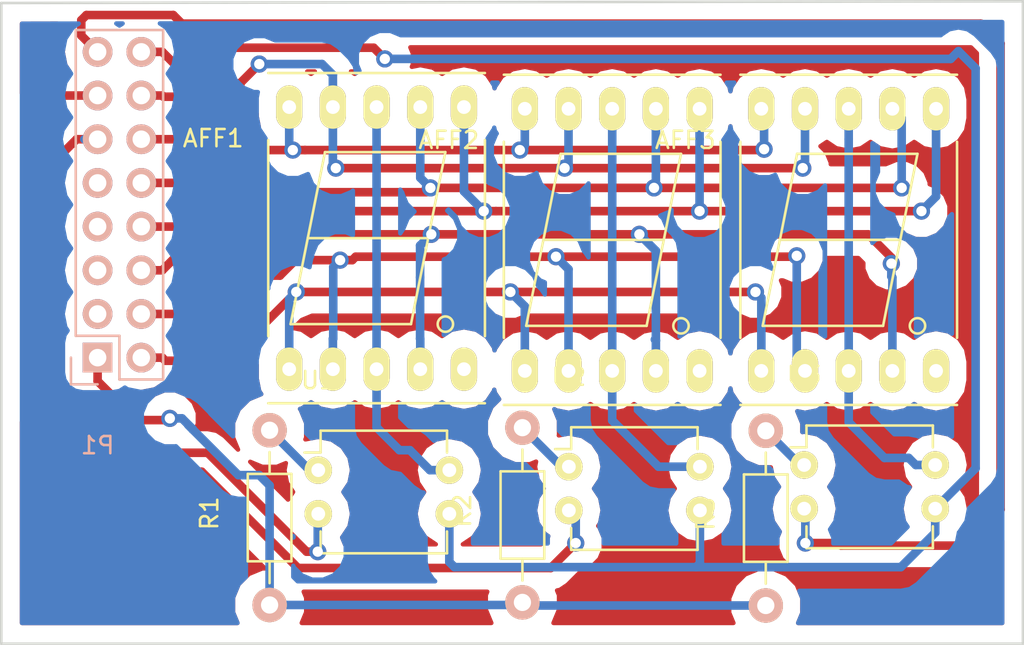
<source format=kicad_pcb>
(kicad_pcb (version 4) (host pcbnew "(2015-11-24 BZR 6329, Git e511afd)-product")

  (general
    (links 39)
    (no_connects 0)
    (area 158.724999 89.874999 218.275001 127.375001)
    (thickness 1.6)
    (drawings 4)
    (tracks 232)
    (zones 0)
    (modules 10)
    (nets 26)
  )

  (page A4)
  (layers
    (0 F.Cu signal)
    (31 B.Cu signal)
    (32 B.Adhes user)
    (33 F.Adhes user)
    (34 B.Paste user)
    (35 F.Paste user)
    (36 B.SilkS user)
    (37 F.SilkS user)
    (38 B.Mask user)
    (39 F.Mask user)
    (40 Dwgs.User user)
    (41 Cmts.User user)
    (42 Eco1.User user)
    (43 Eco2.User user)
    (44 Edge.Cuts user)
    (45 Margin user)
    (46 B.CrtYd user)
    (47 F.CrtYd user)
    (48 B.Fab user)
    (49 F.Fab user)
  )

  (setup
    (last_trace_width 0.5)
    (user_trace_width 0.4)
    (user_trace_width 0.5)
    (trace_clearance 0.2)
    (zone_clearance 0.508)
    (zone_45_only no)
    (trace_min 0.2)
    (segment_width 0.2)
    (edge_width 0.15)
    (via_size 0.6)
    (via_drill 0.4)
    (via_min_size 0.4)
    (via_min_drill 0.3)
    (user_via 1 0.6)
    (uvia_size 0.3)
    (uvia_drill 0.1)
    (uvias_allowed no)
    (uvia_min_size 0.2)
    (uvia_min_drill 0.1)
    (pcb_text_width 0.3)
    (pcb_text_size 1.5 1.5)
    (mod_edge_width 0.15)
    (mod_text_size 1 1)
    (mod_text_width 0.15)
    (pad_size 1.524 1.524)
    (pad_drill 0.762)
    (pad_to_mask_clearance 0.2)
    (aux_axis_origin 0 0)
    (visible_elements FFFFEE7F)
    (pcbplotparams
      (layerselection 0x00030_80000001)
      (usegerberextensions false)
      (excludeedgelayer true)
      (linewidth 0.100000)
      (plotframeref false)
      (viasonmask false)
      (mode 1)
      (useauxorigin false)
      (hpglpennumber 1)
      (hpglpenspeed 20)
      (hpglpendiameter 15)
      (hpglpenoverlay 2)
      (psnegative false)
      (psa4output false)
      (plotreference true)
      (plotvalue true)
      (plotinvisibletext false)
      (padsonsilk false)
      (subtractmaskfromsilk false)
      (outputformat 1)
      (mirror false)
      (drillshape 1)
      (scaleselection 1)
      (outputdirectory ""))
  )

  (net 0 "")
  (net 1 /LE)
  (net 2 /LD)
  (net 3 "Net-(AFF1-Pad3)")
  (net 4 /LC)
  (net 5 "Net-(AFF1-Pad5)")
  (net 6 /LB)
  (net 7 /LA)
  (net 8 /LF)
  (net 9 /LG)
  (net 10 "Net-(AFF2-Pad3)")
  (net 11 "Net-(AFF2-Pad5)")
  (net 12 "Net-(AFF3-Pad3)")
  (net 13 "Net-(AFF3-Pad5)")
  (net 14 VCC)
  (net 15 "Net-(P1-Pad3)")
  (net 16 "Net-(P1-Pad5)")
  (net 17 "Net-(P1-Pad7)")
  (net 18 "Net-(P1-Pad9)")
  (net 19 /DC)
  (net 20 /DB)
  (net 21 /DA)
  (net 22 GND)
  (net 23 "Net-(R1-Pad2)")
  (net 24 "Net-(R2-Pad2)")
  (net 25 "Net-(R3-Pad2)")

  (net_class Default "This is the default net class."
    (clearance 0.2)
    (trace_width 0.25)
    (via_dia 0.6)
    (via_drill 0.4)
    (uvia_dia 0.3)
    (uvia_drill 0.1)
    (add_net /DA)
    (add_net /DB)
    (add_net /DC)
    (add_net /LA)
    (add_net /LB)
    (add_net /LC)
    (add_net /LD)
    (add_net /LE)
    (add_net /LF)
    (add_net /LG)
    (add_net GND)
    (add_net "Net-(AFF1-Pad3)")
    (add_net "Net-(AFF1-Pad5)")
    (add_net "Net-(AFF2-Pad3)")
    (add_net "Net-(AFF2-Pad5)")
    (add_net "Net-(AFF3-Pad3)")
    (add_net "Net-(AFF3-Pad5)")
    (add_net "Net-(P1-Pad3)")
    (add_net "Net-(P1-Pad5)")
    (add_net "Net-(P1-Pad7)")
    (add_net "Net-(P1-Pad9)")
    (add_net "Net-(R1-Pad2)")
    (add_net "Net-(R2-Pad2)")
    (add_net "Net-(R3-Pad2)")
    (add_net VCC)
  )

  (module Displays_7-Segment:7SegmentLED_LTS6760_LTS6780 (layer F.Cu) (tedit 0) (tstamp 566EC48F)
    (at 208.07 103.82)
    (path /566ED5F9)
    (fp_text reference AFF3 (at -9.5 -5.8) (layer F.SilkS)
      (effects (font (size 1 1) (thickness 0.15)))
    )
    (fp_text value LTS-6980HR (at -0.4 12) (layer F.Fab)
      (effects (font (size 1 1) (thickness 0.15)))
    )
    (fp_circle (center 4 5) (end 4.4 5.2) (layer F.SilkS) (width 0.15))
    (fp_line (start -3 -5) (end -4 0) (layer F.SilkS) (width 0.15))
    (fp_line (start -4 0) (end -5 5) (layer F.SilkS) (width 0.15))
    (fp_line (start -5 5) (end 2 5) (layer F.SilkS) (width 0.15))
    (fp_line (start 2 5) (end 3 0) (layer F.SilkS) (width 0.15))
    (fp_line (start 4 -5) (end 3 0) (layer F.SilkS) (width 0.15))
    (fp_line (start 3 0) (end -4 0) (layer F.SilkS) (width 0.15))
    (fp_line (start -3 -5) (end 4 -5) (layer F.SilkS) (width 0.15))
    (fp_line (start 6.3 9.6) (end -6.3 9.6) (layer F.SilkS) (width 0.15))
    (fp_line (start -6.3 -5.7) (end -6.3 5.7) (layer F.SilkS) (width 0.15))
    (fp_line (start 6.3 -5.7) (end 6.3 5.7) (layer F.SilkS) (width 0.15))
    (fp_line (start -6.3 -9.6) (end 6.3 -9.6) (layer F.SilkS) (width 0.15))
    (pad 1 thru_hole oval (at -5.08 7.62) (size 1.524 2.524) (drill 0.8) (layers *.Cu *.Mask F.SilkS)
      (net 1 /LE))
    (pad 2 thru_hole oval (at -2.54 7.62) (size 1.524 2.524) (drill 0.8) (layers *.Cu *.Mask F.SilkS)
      (net 2 /LD))
    (pad 3 thru_hole oval (at 0 7.62) (size 1.524 2.524) (drill 0.8) (layers *.Cu *.Mask F.SilkS)
      (net 12 "Net-(AFF3-Pad3)"))
    (pad 4 thru_hole oval (at 2.54 7.62) (size 1.524 2.524) (drill 0.8) (layers *.Cu *.Mask F.SilkS)
      (net 4 /LC))
    (pad 5 thru_hole oval (at 5.08 7.62) (size 1.524 2.524) (drill 0.8) (layers *.Cu *.Mask F.SilkS)
      (net 13 "Net-(AFF3-Pad5)"))
    (pad 6 thru_hole oval (at 5.08 -7.62) (size 1.524 2.524) (drill 0.8) (layers *.Cu *.Mask F.SilkS)
      (net 6 /LB))
    (pad 7 thru_hole oval (at 2.54 -7.62) (size 1.524 2.524) (drill 0.8) (layers *.Cu *.Mask F.SilkS)
      (net 7 /LA))
    (pad 8 thru_hole oval (at 0 -7.62) (size 1.524 2.524) (drill 0.8) (layers *.Cu *.Mask F.SilkS)
      (net 12 "Net-(AFF3-Pad3)"))
    (pad 9 thru_hole oval (at -2.54 -7.62) (size 1.524 2.524) (drill 0.8) (layers *.Cu *.Mask F.SilkS)
      (net 8 /LF))
    (pad 10 thru_hole oval (at -5.08 -7.62) (size 1.524 2.524) (drill 0.8) (layers *.Cu *.Mask F.SilkS)
      (net 9 /LG))
  )

  (module Housings_DIP:DIP-4_W7.62mm (layer F.Cu) (tedit 54130A77) (tstamp 566EC4CD)
    (at 205.48 116.91)
    (descr "4-lead dip package, row spacing 7.62 mm (300 mils)")
    (tags "dil dip 2.54 300")
    (path /566ED60D)
    (fp_text reference U3 (at 0 -5.22) (layer F.SilkS)
      (effects (font (size 1 1) (thickness 0.15)))
    )
    (fp_text value PC817 (at 0 -3.72) (layer F.Fab)
      (effects (font (size 1 1) (thickness 0.15)))
    )
    (fp_line (start -1.05 -2.45) (end -1.05 5) (layer F.CrtYd) (width 0.05))
    (fp_line (start 8.65 -2.45) (end 8.65 5) (layer F.CrtYd) (width 0.05))
    (fp_line (start -1.05 -2.45) (end 8.65 -2.45) (layer F.CrtYd) (width 0.05))
    (fp_line (start -1.05 5) (end 8.65 5) (layer F.CrtYd) (width 0.05))
    (fp_line (start 0.135 -2.295) (end 0.135 -1.025) (layer F.SilkS) (width 0.15))
    (fp_line (start 7.485 -2.295) (end 7.485 -1.025) (layer F.SilkS) (width 0.15))
    (fp_line (start 7.485 4.835) (end 7.485 3.565) (layer F.SilkS) (width 0.15))
    (fp_line (start 0.135 4.835) (end 0.135 3.565) (layer F.SilkS) (width 0.15))
    (fp_line (start 0.135 -2.295) (end 7.485 -2.295) (layer F.SilkS) (width 0.15))
    (fp_line (start 0.135 4.835) (end 7.485 4.835) (layer F.SilkS) (width 0.15))
    (fp_line (start 0.135 -1.025) (end -0.8 -1.025) (layer F.SilkS) (width 0.15))
    (pad 1 thru_hole oval (at 0 0) (size 1.6 1.6) (drill 0.8) (layers *.Cu *.Mask F.SilkS)
      (net 25 "Net-(R3-Pad2)"))
    (pad 2 thru_hole oval (at 0 2.54) (size 1.6 1.6) (drill 0.8) (layers *.Cu *.Mask F.SilkS)
      (net 21 /DA))
    (pad 3 thru_hole oval (at 7.62 2.54) (size 1.6 1.6) (drill 0.8) (layers *.Cu *.Mask F.SilkS)
      (net 22 GND))
    (pad 4 thru_hole oval (at 7.62 0) (size 1.6 1.6) (drill 0.8) (layers *.Cu *.Mask F.SilkS)
      (net 12 "Net-(AFF3-Pad3)"))
    (model Housings_DIP.3dshapes/DIP-4_W7.62mm.wrl
      (at (xyz 0 0 0))
      (scale (xyz 1 1 1))
      (rotate (xyz 0 0 0))
    )
  )

  (module Displays_7-Segment:7SegmentLED_LTS6760_LTS6780 (layer F.Cu) (tedit 0) (tstamp 566EC473)
    (at 180.62 103.72)
    (path /566EC076)
    (fp_text reference AFF1 (at -9.5 -5.8) (layer F.SilkS)
      (effects (font (size 1 1) (thickness 0.15)))
    )
    (fp_text value LTS-6980HR (at -0.4 12) (layer F.Fab)
      (effects (font (size 1 1) (thickness 0.15)))
    )
    (fp_circle (center 4 5) (end 4.4 5.2) (layer F.SilkS) (width 0.15))
    (fp_line (start -3 -5) (end -4 0) (layer F.SilkS) (width 0.15))
    (fp_line (start -4 0) (end -5 5) (layer F.SilkS) (width 0.15))
    (fp_line (start -5 5) (end 2 5) (layer F.SilkS) (width 0.15))
    (fp_line (start 2 5) (end 3 0) (layer F.SilkS) (width 0.15))
    (fp_line (start 4 -5) (end 3 0) (layer F.SilkS) (width 0.15))
    (fp_line (start 3 0) (end -4 0) (layer F.SilkS) (width 0.15))
    (fp_line (start -3 -5) (end 4 -5) (layer F.SilkS) (width 0.15))
    (fp_line (start 6.3 9.6) (end -6.3 9.6) (layer F.SilkS) (width 0.15))
    (fp_line (start -6.3 -5.7) (end -6.3 5.7) (layer F.SilkS) (width 0.15))
    (fp_line (start 6.3 -5.7) (end 6.3 5.7) (layer F.SilkS) (width 0.15))
    (fp_line (start -6.3 -9.6) (end 6.3 -9.6) (layer F.SilkS) (width 0.15))
    (pad 1 thru_hole oval (at -5.08 7.62) (size 1.524 2.524) (drill 0.8) (layers *.Cu *.Mask F.SilkS)
      (net 1 /LE))
    (pad 2 thru_hole oval (at -2.54 7.62) (size 1.524 2.524) (drill 0.8) (layers *.Cu *.Mask F.SilkS)
      (net 2 /LD))
    (pad 3 thru_hole oval (at 0 7.62) (size 1.524 2.524) (drill 0.8) (layers *.Cu *.Mask F.SilkS)
      (net 3 "Net-(AFF1-Pad3)"))
    (pad 4 thru_hole oval (at 2.54 7.62) (size 1.524 2.524) (drill 0.8) (layers *.Cu *.Mask F.SilkS)
      (net 4 /LC))
    (pad 5 thru_hole oval (at 5.08 7.62) (size 1.524 2.524) (drill 0.8) (layers *.Cu *.Mask F.SilkS)
      (net 5 "Net-(AFF1-Pad5)"))
    (pad 6 thru_hole oval (at 5.08 -7.62) (size 1.524 2.524) (drill 0.8) (layers *.Cu *.Mask F.SilkS)
      (net 6 /LB))
    (pad 7 thru_hole oval (at 2.54 -7.62) (size 1.524 2.524) (drill 0.8) (layers *.Cu *.Mask F.SilkS)
      (net 7 /LA))
    (pad 8 thru_hole oval (at 0 -7.62) (size 1.524 2.524) (drill 0.8) (layers *.Cu *.Mask F.SilkS)
      (net 3 "Net-(AFF1-Pad3)"))
    (pad 9 thru_hole oval (at -2.54 -7.62) (size 1.524 2.524) (drill 0.8) (layers *.Cu *.Mask F.SilkS)
      (net 8 /LF))
    (pad 10 thru_hole oval (at -5.08 -7.62) (size 1.524 2.524) (drill 0.8) (layers *.Cu *.Mask F.SilkS)
      (net 9 /LG))
  )

  (module Displays_7-Segment:7SegmentLED_LTS6760_LTS6780 (layer F.Cu) (tedit 0) (tstamp 566EC481)
    (at 194.32 103.82)
    (path /566ED424)
    (fp_text reference AFF2 (at -9.5 -5.8) (layer F.SilkS)
      (effects (font (size 1 1) (thickness 0.15)))
    )
    (fp_text value LTS-6980HR (at -0.4 12) (layer F.Fab)
      (effects (font (size 1 1) (thickness 0.15)))
    )
    (fp_circle (center 4 5) (end 4.4 5.2) (layer F.SilkS) (width 0.15))
    (fp_line (start -3 -5) (end -4 0) (layer F.SilkS) (width 0.15))
    (fp_line (start -4 0) (end -5 5) (layer F.SilkS) (width 0.15))
    (fp_line (start -5 5) (end 2 5) (layer F.SilkS) (width 0.15))
    (fp_line (start 2 5) (end 3 0) (layer F.SilkS) (width 0.15))
    (fp_line (start 4 -5) (end 3 0) (layer F.SilkS) (width 0.15))
    (fp_line (start 3 0) (end -4 0) (layer F.SilkS) (width 0.15))
    (fp_line (start -3 -5) (end 4 -5) (layer F.SilkS) (width 0.15))
    (fp_line (start 6.3 9.6) (end -6.3 9.6) (layer F.SilkS) (width 0.15))
    (fp_line (start -6.3 -5.7) (end -6.3 5.7) (layer F.SilkS) (width 0.15))
    (fp_line (start 6.3 -5.7) (end 6.3 5.7) (layer F.SilkS) (width 0.15))
    (fp_line (start -6.3 -9.6) (end 6.3 -9.6) (layer F.SilkS) (width 0.15))
    (pad 1 thru_hole oval (at -5.08 7.62) (size 1.524 2.524) (drill 0.8) (layers *.Cu *.Mask F.SilkS)
      (net 1 /LE))
    (pad 2 thru_hole oval (at -2.54 7.62) (size 1.524 2.524) (drill 0.8) (layers *.Cu *.Mask F.SilkS)
      (net 2 /LD))
    (pad 3 thru_hole oval (at 0 7.62) (size 1.524 2.524) (drill 0.8) (layers *.Cu *.Mask F.SilkS)
      (net 10 "Net-(AFF2-Pad3)"))
    (pad 4 thru_hole oval (at 2.54 7.62) (size 1.524 2.524) (drill 0.8) (layers *.Cu *.Mask F.SilkS)
      (net 4 /LC))
    (pad 5 thru_hole oval (at 5.08 7.62) (size 1.524 2.524) (drill 0.8) (layers *.Cu *.Mask F.SilkS)
      (net 11 "Net-(AFF2-Pad5)"))
    (pad 6 thru_hole oval (at 5.08 -7.62) (size 1.524 2.524) (drill 0.8) (layers *.Cu *.Mask F.SilkS)
      (net 6 /LB))
    (pad 7 thru_hole oval (at 2.54 -7.62) (size 1.524 2.524) (drill 0.8) (layers *.Cu *.Mask F.SilkS)
      (net 7 /LA))
    (pad 8 thru_hole oval (at 0 -7.62) (size 1.524 2.524) (drill 0.8) (layers *.Cu *.Mask F.SilkS)
      (net 10 "Net-(AFF2-Pad3)"))
    (pad 9 thru_hole oval (at -2.54 -7.62) (size 1.524 2.524) (drill 0.8) (layers *.Cu *.Mask F.SilkS)
      (net 8 /LF))
    (pad 10 thru_hole oval (at -5.08 -7.62) (size 1.524 2.524) (drill 0.8) (layers *.Cu *.Mask F.SilkS)
      (net 9 /LG))
  )

  (module Pin_Headers:Pin_Header_Straight_2x08 (layer B.Cu) (tedit 0) (tstamp 566EC4A3)
    (at 164.4 110.67)
    (descr "Through hole pin header")
    (tags "pin header")
    (path /566EBE70)
    (fp_text reference P1 (at 0 5.1) (layer B.SilkS)
      (effects (font (size 1 1) (thickness 0.15)) (justify mirror))
    )
    (fp_text value CONN_02X08 (at 0 3.1) (layer B.Fab)
      (effects (font (size 1 1) (thickness 0.15)) (justify mirror))
    )
    (fp_line (start -1.75 1.75) (end -1.75 -19.55) (layer B.CrtYd) (width 0.05))
    (fp_line (start 4.3 1.75) (end 4.3 -19.55) (layer B.CrtYd) (width 0.05))
    (fp_line (start -1.75 1.75) (end 4.3 1.75) (layer B.CrtYd) (width 0.05))
    (fp_line (start -1.75 -19.55) (end 4.3 -19.55) (layer B.CrtYd) (width 0.05))
    (fp_line (start 3.81 -19.05) (end 3.81 1.27) (layer B.SilkS) (width 0.15))
    (fp_line (start -1.27 -1.27) (end -1.27 -19.05) (layer B.SilkS) (width 0.15))
    (fp_line (start 3.81 -19.05) (end -1.27 -19.05) (layer B.SilkS) (width 0.15))
    (fp_line (start 3.81 1.27) (end 1.27 1.27) (layer B.SilkS) (width 0.15))
    (fp_line (start 0 1.55) (end -1.55 1.55) (layer B.SilkS) (width 0.15))
    (fp_line (start 1.27 1.27) (end 1.27 -1.27) (layer B.SilkS) (width 0.15))
    (fp_line (start 1.27 -1.27) (end -1.27 -1.27) (layer B.SilkS) (width 0.15))
    (fp_line (start -1.55 1.55) (end -1.55 0) (layer B.SilkS) (width 0.15))
    (pad 1 thru_hole rect (at 0 0) (size 1.7272 1.7272) (drill 1.016) (layers *.Cu *.Mask B.SilkS)
      (net 14 VCC))
    (pad 2 thru_hole oval (at 2.54 0) (size 1.7272 1.7272) (drill 1.016) (layers *.Cu *.Mask B.SilkS)
      (net 1 /LE))
    (pad 3 thru_hole oval (at 0 -2.54) (size 1.7272 1.7272) (drill 1.016) (layers *.Cu *.Mask B.SilkS)
      (net 15 "Net-(P1-Pad3)"))
    (pad 4 thru_hole oval (at 2.54 -2.54) (size 1.7272 1.7272) (drill 1.016) (layers *.Cu *.Mask B.SilkS)
      (net 2 /LD))
    (pad 5 thru_hole oval (at 0 -5.08) (size 1.7272 1.7272) (drill 1.016) (layers *.Cu *.Mask B.SilkS)
      (net 16 "Net-(P1-Pad5)"))
    (pad 6 thru_hole oval (at 2.54 -5.08) (size 1.7272 1.7272) (drill 1.016) (layers *.Cu *.Mask B.SilkS)
      (net 4 /LC))
    (pad 7 thru_hole oval (at 0 -7.62) (size 1.7272 1.7272) (drill 1.016) (layers *.Cu *.Mask B.SilkS)
      (net 17 "Net-(P1-Pad7)"))
    (pad 8 thru_hole oval (at 2.54 -7.62) (size 1.7272 1.7272) (drill 1.016) (layers *.Cu *.Mask B.SilkS)
      (net 6 /LB))
    (pad 9 thru_hole oval (at 0 -10.16) (size 1.7272 1.7272) (drill 1.016) (layers *.Cu *.Mask B.SilkS)
      (net 18 "Net-(P1-Pad9)"))
    (pad 10 thru_hole oval (at 2.54 -10.16) (size 1.7272 1.7272) (drill 1.016) (layers *.Cu *.Mask B.SilkS)
      (net 7 /LA))
    (pad 11 thru_hole oval (at 0 -12.7) (size 1.7272 1.7272) (drill 1.016) (layers *.Cu *.Mask B.SilkS)
      (net 19 /DC))
    (pad 12 thru_hole oval (at 2.54 -12.7) (size 1.7272 1.7272) (drill 1.016) (layers *.Cu *.Mask B.SilkS)
      (net 9 /LG))
    (pad 13 thru_hole oval (at 0 -15.24) (size 1.7272 1.7272) (drill 1.016) (layers *.Cu *.Mask B.SilkS)
      (net 20 /DB))
    (pad 14 thru_hole oval (at 2.54 -15.24) (size 1.7272 1.7272) (drill 1.016) (layers *.Cu *.Mask B.SilkS)
      (net 8 /LF))
    (pad 15 thru_hole oval (at 0 -17.78) (size 1.7272 1.7272) (drill 1.016) (layers *.Cu *.Mask B.SilkS)
      (net 21 /DA))
    (pad 16 thru_hole oval (at 2.54 -17.78) (size 1.7272 1.7272) (drill 1.016) (layers *.Cu *.Mask B.SilkS)
      (net 22 GND))
    (model Pin_Headers.3dshapes/Pin_Header_Straight_2x08.wrl
      (at (xyz 0.05 -0.35 0))
      (scale (xyz 1 1 1))
      (rotate (xyz 0 0 90))
    )
  )

  (module Resistors_ThroughHole:Resistor_Horizontal_RM10mm (layer F.Cu) (tedit 53F56209) (tstamp 566EC4A9)
    (at 174.4 119.97 90)
    (descr "Resistor, Axial,  RM 10mm, 1/3W,")
    (tags "Resistor, Axial, RM 10mm, 1/3W,")
    (path /566ECAF8)
    (fp_text reference R1 (at 0.24892 -3.50012 90) (layer F.SilkS)
      (effects (font (size 1 1) (thickness 0.15)))
    )
    (fp_text value 330 (at 3.81 3.81 90) (layer F.Fab)
      (effects (font (size 1 1) (thickness 0.15)))
    )
    (fp_line (start -2.54 -1.27) (end 2.54 -1.27) (layer F.SilkS) (width 0.15))
    (fp_line (start 2.54 -1.27) (end 2.54 1.27) (layer F.SilkS) (width 0.15))
    (fp_line (start 2.54 1.27) (end -2.54 1.27) (layer F.SilkS) (width 0.15))
    (fp_line (start -2.54 1.27) (end -2.54 -1.27) (layer F.SilkS) (width 0.15))
    (fp_line (start -2.54 0) (end -3.81 0) (layer F.SilkS) (width 0.15))
    (fp_line (start 2.54 0) (end 3.81 0) (layer F.SilkS) (width 0.15))
    (pad 1 thru_hole circle (at -5.08 0 90) (size 1.99898 1.99898) (drill 1.00076) (layers *.Cu *.SilkS *.Mask)
      (net 14 VCC))
    (pad 2 thru_hole circle (at 5.08 0 90) (size 1.99898 1.99898) (drill 1.00076) (layers *.Cu *.SilkS *.Mask)
      (net 23 "Net-(R1-Pad2)"))
    (model Resistors_ThroughHole.3dshapes/Resistor_Horizontal_RM10mm.wrl
      (at (xyz 0 0 0))
      (scale (xyz 0.4 0.4 0.4))
      (rotate (xyz 0 0 0))
    )
  )

  (module Resistors_ThroughHole:Resistor_Horizontal_RM10mm (layer F.Cu) (tedit 53F56209) (tstamp 566EC4AF)
    (at 189.1 119.82 90)
    (descr "Resistor, Axial,  RM 10mm, 1/3W,")
    (tags "Resistor, Axial, RM 10mm, 1/3W,")
    (path /566ED448)
    (fp_text reference R2 (at 0.24892 -3.50012 90) (layer F.SilkS)
      (effects (font (size 1 1) (thickness 0.15)))
    )
    (fp_text value 330 (at 3.81 3.81 90) (layer F.Fab)
      (effects (font (size 1 1) (thickness 0.15)))
    )
    (fp_line (start -2.54 -1.27) (end 2.54 -1.27) (layer F.SilkS) (width 0.15))
    (fp_line (start 2.54 -1.27) (end 2.54 1.27) (layer F.SilkS) (width 0.15))
    (fp_line (start 2.54 1.27) (end -2.54 1.27) (layer F.SilkS) (width 0.15))
    (fp_line (start -2.54 1.27) (end -2.54 -1.27) (layer F.SilkS) (width 0.15))
    (fp_line (start -2.54 0) (end -3.81 0) (layer F.SilkS) (width 0.15))
    (fp_line (start 2.54 0) (end 3.81 0) (layer F.SilkS) (width 0.15))
    (pad 1 thru_hole circle (at -5.08 0 90) (size 1.99898 1.99898) (drill 1.00076) (layers *.Cu *.SilkS *.Mask)
      (net 14 VCC))
    (pad 2 thru_hole circle (at 5.08 0 90) (size 1.99898 1.99898) (drill 1.00076) (layers *.Cu *.SilkS *.Mask)
      (net 24 "Net-(R2-Pad2)"))
    (model Resistors_ThroughHole.3dshapes/Resistor_Horizontal_RM10mm.wrl
      (at (xyz 0 0 0))
      (scale (xyz 0.4 0.4 0.4))
      (rotate (xyz 0 0 0))
    )
  )

  (module Resistors_ThroughHole:Resistor_Horizontal_RM10mm (layer F.Cu) (tedit 53F56209) (tstamp 566EC4B5)
    (at 203.25 120 90)
    (descr "Resistor, Axial,  RM 10mm, 1/3W,")
    (tags "Resistor, Axial, RM 10mm, 1/3W,")
    (path /566ED61D)
    (fp_text reference R3 (at 0.24892 -3.50012 90) (layer F.SilkS)
      (effects (font (size 1 1) (thickness 0.15)))
    )
    (fp_text value 330 (at 3.81 3.81 90) (layer F.Fab)
      (effects (font (size 1 1) (thickness 0.15)))
    )
    (fp_line (start -2.54 -1.27) (end 2.54 -1.27) (layer F.SilkS) (width 0.15))
    (fp_line (start 2.54 -1.27) (end 2.54 1.27) (layer F.SilkS) (width 0.15))
    (fp_line (start 2.54 1.27) (end -2.54 1.27) (layer F.SilkS) (width 0.15))
    (fp_line (start -2.54 1.27) (end -2.54 -1.27) (layer F.SilkS) (width 0.15))
    (fp_line (start -2.54 0) (end -3.81 0) (layer F.SilkS) (width 0.15))
    (fp_line (start 2.54 0) (end 3.81 0) (layer F.SilkS) (width 0.15))
    (pad 1 thru_hole circle (at -5.08 0 90) (size 1.99898 1.99898) (drill 1.00076) (layers *.Cu *.SilkS *.Mask)
      (net 14 VCC))
    (pad 2 thru_hole circle (at 5.08 0 90) (size 1.99898 1.99898) (drill 1.00076) (layers *.Cu *.SilkS *.Mask)
      (net 25 "Net-(R3-Pad2)"))
    (model Resistors_ThroughHole.3dshapes/Resistor_Horizontal_RM10mm.wrl
      (at (xyz 0 0 0))
      (scale (xyz 0.4 0.4 0.4))
      (rotate (xyz 0 0 0))
    )
  )

  (module Housings_DIP:DIP-4_W7.62mm (layer F.Cu) (tedit 54130A77) (tstamp 566EC4BD)
    (at 177.23 117.21)
    (descr "4-lead dip package, row spacing 7.62 mm (300 mils)")
    (tags "dil dip 2.54 300")
    (path /566EC52C)
    (fp_text reference U1 (at 0 -5.22) (layer F.SilkS)
      (effects (font (size 1 1) (thickness 0.15)))
    )
    (fp_text value PC817 (at 0 -3.72) (layer F.Fab)
      (effects (font (size 1 1) (thickness 0.15)))
    )
    (fp_line (start -1.05 -2.45) (end -1.05 5) (layer F.CrtYd) (width 0.05))
    (fp_line (start 8.65 -2.45) (end 8.65 5) (layer F.CrtYd) (width 0.05))
    (fp_line (start -1.05 -2.45) (end 8.65 -2.45) (layer F.CrtYd) (width 0.05))
    (fp_line (start -1.05 5) (end 8.65 5) (layer F.CrtYd) (width 0.05))
    (fp_line (start 0.135 -2.295) (end 0.135 -1.025) (layer F.SilkS) (width 0.15))
    (fp_line (start 7.485 -2.295) (end 7.485 -1.025) (layer F.SilkS) (width 0.15))
    (fp_line (start 7.485 4.835) (end 7.485 3.565) (layer F.SilkS) (width 0.15))
    (fp_line (start 0.135 4.835) (end 0.135 3.565) (layer F.SilkS) (width 0.15))
    (fp_line (start 0.135 -2.295) (end 7.485 -2.295) (layer F.SilkS) (width 0.15))
    (fp_line (start 0.135 4.835) (end 7.485 4.835) (layer F.SilkS) (width 0.15))
    (fp_line (start 0.135 -1.025) (end -0.8 -1.025) (layer F.SilkS) (width 0.15))
    (pad 1 thru_hole oval (at 0 0) (size 1.6 1.6) (drill 0.8) (layers *.Cu *.Mask F.SilkS)
      (net 23 "Net-(R1-Pad2)"))
    (pad 2 thru_hole oval (at 0 2.54) (size 1.6 1.6) (drill 0.8) (layers *.Cu *.Mask F.SilkS)
      (net 19 /DC))
    (pad 3 thru_hole oval (at 7.62 2.54) (size 1.6 1.6) (drill 0.8) (layers *.Cu *.Mask F.SilkS)
      (net 22 GND))
    (pad 4 thru_hole oval (at 7.62 0) (size 1.6 1.6) (drill 0.8) (layers *.Cu *.Mask F.SilkS)
      (net 3 "Net-(AFF1-Pad3)"))
    (model Housings_DIP.3dshapes/DIP-4_W7.62mm.wrl
      (at (xyz 0 0 0))
      (scale (xyz 1 1 1))
      (rotate (xyz 0 0 0))
    )
  )

  (module Housings_DIP:DIP-4_W7.62mm (layer F.Cu) (tedit 54130A77) (tstamp 566EC4C5)
    (at 191.8 117.01)
    (descr "4-lead dip package, row spacing 7.62 mm (300 mils)")
    (tags "dil dip 2.54 300")
    (path /566ED438)
    (fp_text reference U2 (at 0 -5.22) (layer F.SilkS)
      (effects (font (size 1 1) (thickness 0.15)))
    )
    (fp_text value PC817 (at 0 -3.72) (layer F.Fab)
      (effects (font (size 1 1) (thickness 0.15)))
    )
    (fp_line (start -1.05 -2.45) (end -1.05 5) (layer F.CrtYd) (width 0.05))
    (fp_line (start 8.65 -2.45) (end 8.65 5) (layer F.CrtYd) (width 0.05))
    (fp_line (start -1.05 -2.45) (end 8.65 -2.45) (layer F.CrtYd) (width 0.05))
    (fp_line (start -1.05 5) (end 8.65 5) (layer F.CrtYd) (width 0.05))
    (fp_line (start 0.135 -2.295) (end 0.135 -1.025) (layer F.SilkS) (width 0.15))
    (fp_line (start 7.485 -2.295) (end 7.485 -1.025) (layer F.SilkS) (width 0.15))
    (fp_line (start 7.485 4.835) (end 7.485 3.565) (layer F.SilkS) (width 0.15))
    (fp_line (start 0.135 4.835) (end 0.135 3.565) (layer F.SilkS) (width 0.15))
    (fp_line (start 0.135 -2.295) (end 7.485 -2.295) (layer F.SilkS) (width 0.15))
    (fp_line (start 0.135 4.835) (end 7.485 4.835) (layer F.SilkS) (width 0.15))
    (fp_line (start 0.135 -1.025) (end -0.8 -1.025) (layer F.SilkS) (width 0.15))
    (pad 1 thru_hole oval (at 0 0) (size 1.6 1.6) (drill 0.8) (layers *.Cu *.Mask F.SilkS)
      (net 24 "Net-(R2-Pad2)"))
    (pad 2 thru_hole oval (at 0 2.54) (size 1.6 1.6) (drill 0.8) (layers *.Cu *.Mask F.SilkS)
      (net 20 /DB))
    (pad 3 thru_hole oval (at 7.62 2.54) (size 1.6 1.6) (drill 0.8) (layers *.Cu *.Mask F.SilkS)
      (net 22 GND))
    (pad 4 thru_hole oval (at 7.62 0) (size 1.6 1.6) (drill 0.8) (layers *.Cu *.Mask F.SilkS)
      (net 10 "Net-(AFF2-Pad3)"))
    (model Housings_DIP.3dshapes/DIP-4_W7.62mm.wrl
      (at (xyz 0 0 0))
      (scale (xyz 1 1 1))
      (rotate (xyz 0 0 0))
    )
  )

  (gr_line (start 158.8 127.3) (end 158.8 90.05) (layer Edge.Cuts) (width 0.15))
  (gr_line (start 218.2 127.3) (end 158.8 127.3) (layer Edge.Cuts) (width 0.15))
  (gr_line (start 218.2 89.95) (end 218.2 127.3) (layer Edge.Cuts) (width 0.15))
  (gr_line (start 158.8 90.05) (end 218.2 89.95) (layer Edge.Cuts) (width 0.15))

  (segment (start 168.341314 110.85) (end 171.95 110.85) (width 0.5) (layer F.Cu) (net 1))
  (segment (start 171.95 110.85) (end 175.95 106.85) (width 0.5) (layer F.Cu) (net 1))
  (segment (start 166.94 110.67) (end 168.161314 110.67) (width 0.5) (layer F.Cu) (net 1))
  (segment (start 168.161314 110.67) (end 168.341314 110.85) (width 0.5) (layer F.Cu) (net 1))
  (segment (start 175.95 106.85) (end 188.4 106.85) (width 0.5) (layer F.Cu) (net 1))
  (segment (start 188.4 106.85) (end 202.65 106.85) (width 0.5) (layer F.Cu) (net 1))
  (segment (start 189.24 111.44) (end 189.24 107.69) (width 0.5) (layer B.Cu) (net 1))
  (segment (start 189.24 107.69) (end 188.4 106.85) (width 0.5) (layer B.Cu) (net 1))
  (via (at 188.4 106.85) (size 1) (drill 0.6) (layers F.Cu B.Cu) (net 1))
  (segment (start 202.99 111.44) (end 202.99 107.19) (width 0.5) (layer B.Cu) (net 1))
  (segment (start 202.99 107.19) (end 202.65 106.85) (width 0.5) (layer B.Cu) (net 1))
  (via (at 202.65 106.85) (size 1) (drill 0.6) (layers F.Cu B.Cu) (net 1))
  (segment (start 175.54 111.34) (end 175.54 107.26) (width 0.5) (layer B.Cu) (net 1))
  (segment (start 175.54 107.26) (end 175.95 106.85) (width 0.5) (layer B.Cu) (net 1))
  (via (at 175.95 106.85) (size 1) (drill 0.6) (layers F.Cu B.Cu) (net 1))
  (segment (start 175 105.9) (end 175.9 105) (width 0.5) (layer F.Cu) (net 2))
  (segment (start 175.9 105) (end 178.5 105) (width 0.5) (layer F.Cu) (net 2))
  (segment (start 174.4 105.9) (end 175 105.9) (width 0.5) (layer F.Cu) (net 2))
  (segment (start 172.17 108.13) (end 174.4 105.9) (width 0.5) (layer F.Cu) (net 2))
  (segment (start 166.94 108.13) (end 172.17 108.13) (width 0.5) (layer F.Cu) (net 2))
  (segment (start 179.407106 104.8) (end 191.05 104.8) (width 0.5) (layer F.Cu) (net 2))
  (segment (start 191.05 104.8) (end 205 104.8) (width 0.5) (layer F.Cu) (net 2))
  (segment (start 191.78 111.44) (end 191.78 105.53) (width 0.5) (layer B.Cu) (net 2))
  (segment (start 191.78 105.53) (end 191.05 104.8) (width 0.5) (layer B.Cu) (net 2))
  (via (at 191.05 104.8) (size 1) (drill 0.6) (layers F.Cu B.Cu) (net 2))
  (segment (start 205.05 104.75) (end 205.05 110.96) (width 0.5) (layer B.Cu) (net 2))
  (segment (start 205.05 110.96) (end 205.53 111.44) (width 0.5) (layer B.Cu) (net 2))
  (segment (start 205 104.8) (end 205.05 104.75) (width 0.5) (layer F.Cu) (net 2))
  (via (at 205.05 104.75) (size 1) (drill 0.6) (layers F.Cu B.Cu) (net 2))
  (segment (start 178.5 105) (end 179.207106 105) (width 0.5) (layer F.Cu) (net 2))
  (segment (start 179.207106 105) (end 179.407106 104.8) (width 0.5) (layer F.Cu) (net 2))
  (segment (start 178.1 109.558) (end 178.1 105.4) (width 0.5) (layer B.Cu) (net 2))
  (segment (start 178.1 105.4) (end 178.5 105) (width 0.5) (layer B.Cu) (net 2))
  (via (at 178.5 105) (size 1) (drill 0.6) (layers F.Cu B.Cu) (net 2))
  (segment (start 178.08 111.34) (end 178.08 109.578) (width 0.5) (layer B.Cu) (net 2))
  (segment (start 178.08 109.578) (end 178.1 109.558) (width 0.5) (layer B.Cu) (net 2))
  (segment (start 181.95 116.05) (end 180.62 114.72) (width 0.5) (layer B.Cu) (net 3))
  (segment (start 180.62 114.72) (end 180.62 111.34) (width 0.5) (layer B.Cu) (net 3))
  (segment (start 182.55863 116.05) (end 181.95 116.05) (width 0.5) (layer B.Cu) (net 3))
  (segment (start 184.85 117.21) (end 183.71863 117.21) (width 0.5) (layer B.Cu) (net 3))
  (segment (start 183.71863 117.21) (end 182.55863 116.05) (width 0.5) (layer B.Cu) (net 3))
  (segment (start 180.62 96.1) (end 180.62 111.34) (width 0.5) (layer B.Cu) (net 3))
  (segment (start 166.94 105.59) (end 168.161314 105.59) (width 0.5) (layer F.Cu) (net 4))
  (segment (start 168.161314 105.59) (end 168.851314 104.9) (width 0.5) (layer F.Cu) (net 4))
  (segment (start 168.851314 104.9) (end 170.05 104.9) (width 0.5) (layer F.Cu) (net 4))
  (segment (start 171.649999 104.400001) (end 172.55 103.5) (width 0.5) (layer F.Cu) (net 4))
  (segment (start 172.55 103.5) (end 183.8 103.5) (width 0.5) (layer F.Cu) (net 4))
  (segment (start 170.05 104.9) (end 170.549999 104.400001) (width 0.5) (layer F.Cu) (net 4))
  (segment (start 170.549999 104.400001) (end 171.649999 104.400001) (width 0.5) (layer F.Cu) (net 4))
  (segment (start 183.8 103.5) (end 195.9 103.5) (width 0.5) (layer F.Cu) (net 4))
  (segment (start 195.9 103.5) (end 209.2 103.5) (width 0.5) (layer F.Cu) (net 4))
  (segment (start 196.86 109.678) (end 196.86 104.46) (width 0.5) (layer B.Cu) (net 4))
  (segment (start 196.86 104.46) (end 195.9 103.5) (width 0.5) (layer B.Cu) (net 4))
  (via (at 195.9 103.5) (size 1) (drill 0.6) (layers F.Cu B.Cu) (net 4))
  (segment (start 210.55 105.2) (end 210.55 105.95) (width 0.5) (layer B.Cu) (net 4))
  (segment (start 210.55 105.95) (end 210.61 106.01) (width 0.5) (layer B.Cu) (net 4))
  (segment (start 209.2 103.5) (end 210.55 104.85) (width 0.5) (layer F.Cu) (net 4))
  (segment (start 210.55 104.85) (end 210.55 105.2) (width 0.5) (layer F.Cu) (net 4))
  (via (at 210.55 105.2) (size 1) (drill 0.6) (layers F.Cu B.Cu) (net 4))
  (segment (start 183.15 106) (end 183.15 104.15) (width 0.5) (layer B.Cu) (net 4))
  (segment (start 183.15 104.15) (end 183.8 103.5) (width 0.5) (layer B.Cu) (net 4))
  (via (at 183.8 103.5) (size 1) (drill 0.6) (layers F.Cu B.Cu) (net 4))
  (segment (start 196.86 109.678) (end 196.8 109.618) (width 0.5) (layer B.Cu) (net 4))
  (segment (start 196.86 111.44) (end 196.86 109.678) (width 0.5) (layer B.Cu) (net 4))
  (segment (start 210.61 106.01) (end 210.61 111.44) (width 0.5) (layer B.Cu) (net 4))
  (segment (start 183.15 109.568) (end 183.15 106) (width 0.5) (layer B.Cu) (net 4))
  (segment (start 183.16 111.34) (end 183.16 109.578) (width 0.5) (layer B.Cu) (net 4))
  (segment (start 183.16 109.578) (end 183.15 109.568) (width 0.5) (layer B.Cu) (net 4))
  (segment (start 166.94 103.05) (end 170.707106 103.05) (width 0.5) (layer F.Cu) (net 6))
  (segment (start 171.607106 102.15) (end 186.142894 102.15) (width 0.5) (layer F.Cu) (net 6))
  (segment (start 170.707106 103.05) (end 171.607106 102.15) (width 0.5) (layer F.Cu) (net 6))
  (segment (start 186.142894 102.15) (end 186.85 102.15) (width 0.5) (layer F.Cu) (net 6))
  (segment (start 186.85 102.15) (end 187.557106 102.15) (width 0.5) (layer F.Cu) (net 6))
  (segment (start 187.557106 102.15) (end 199.4 102.15) (width 0.5) (layer F.Cu) (net 6))
  (segment (start 212.3 102.15) (end 199.4 102.15) (width 0.5) (layer F.Cu) (net 6))
  (via (at 199.4 102.15) (size 1) (drill 0.6) (layers F.Cu B.Cu) (net 6))
  (via (at 212.3 102.15) (size 1) (drill 0.6) (layers F.Cu B.Cu) (net 6))
  (via (at 186.85 102.15) (size 1) (drill 0.6) (layers F.Cu B.Cu) (net 6))
  (segment (start 199.4 97.962) (end 199.4 102.15) (width 0.5) (layer B.Cu) (net 6))
  (segment (start 199.4 96.2) (end 199.4 97.962) (width 0.5) (layer B.Cu) (net 6))
  (segment (start 212.3 102.15) (end 213.15 101.3) (width 0.5) (layer B.Cu) (net 6))
  (segment (start 213.15 101.3) (end 213.15 96.2) (width 0.5) (layer B.Cu) (net 6))
  (segment (start 185.7 101) (end 186.85 102.15) (width 0.5) (layer B.Cu) (net 6))
  (segment (start 185.7 96.1) (end 185.7 101) (width 0.5) (layer B.Cu) (net 6))
  (segment (start 166.94 100.51) (end 169.66 100.51) (width 0.5) (layer F.Cu) (net 7))
  (segment (start 169.66 100.51) (end 170.199999 101.049999) (width 0.5) (layer F.Cu) (net 7))
  (segment (start 170.199999 101.049999) (end 183.500001 101.049999) (width 0.5) (layer F.Cu) (net 7))
  (segment (start 183.500001 101.049999) (end 183.75 100.8) (width 0.5) (layer F.Cu) (net 7))
  (segment (start 183.75 100.8) (end 196.75 100.8) (width 0.5) (layer F.Cu) (net 7))
  (segment (start 196.75 100.8) (end 211.15 100.8) (width 0.5) (layer F.Cu) (net 7))
  (segment (start 196.86 96.2) (end 196.86 100.69) (width 0.5) (layer B.Cu) (net 7))
  (segment (start 196.86 100.69) (end 196.75 100.8) (width 0.5) (layer B.Cu) (net 7))
  (via (at 196.75 100.8) (size 1) (drill 0.6) (layers F.Cu B.Cu) (net 7))
  (segment (start 211.15 100.8) (end 211.15 96.74) (width 0.5) (layer B.Cu) (net 7))
  (segment (start 211.15 96.74) (end 210.61 96.2) (width 0.5) (layer B.Cu) (net 7))
  (via (at 211.15 100.8) (size 1) (drill 0.6) (layers F.Cu B.Cu) (net 7))
  (segment (start 183.16 96.1) (end 183.16 100.21) (width 0.5) (layer B.Cu) (net 7))
  (segment (start 183.16 100.21) (end 183.75 100.8) (width 0.5) (layer B.Cu) (net 7))
  (via (at 183.75 100.8) (size 1) (drill 0.6) (layers F.Cu B.Cu) (net 7))
  (segment (start 183 96.26) (end 183.16 96.1) (width 0.5) (layer B.Cu) (net 7))
  (segment (start 177.45 93.6) (end 178.08 94.23) (width 0.5) (layer B.Cu) (net 8))
  (segment (start 178.08 94.23) (end 178.08 96.1) (width 0.5) (layer B.Cu) (net 8))
  (segment (start 173.8 93.6) (end 177.45 93.6) (width 0.5) (layer B.Cu) (net 8))
  (segment (start 172.7 95.5) (end 172.7 94.7) (width 0.5) (layer F.Cu) (net 8))
  (segment (start 172.7 94.7) (end 173.8 93.6) (width 0.5) (layer F.Cu) (net 8))
  (via (at 173.8 93.6) (size 1) (drill 0.6) (layers F.Cu B.Cu) (net 8))
  (segment (start 168.231314 95.5) (end 172.7 95.5) (width 0.5) (layer F.Cu) (net 8))
  (segment (start 166.94 95.43) (end 168.161314 95.43) (width 0.5) (layer F.Cu) (net 8))
  (segment (start 168.161314 95.43) (end 168.231314 95.5) (width 0.5) (layer F.Cu) (net 8))
  (segment (start 178.25 99.65) (end 191.55 99.65) (width 0.5) (layer F.Cu) (net 8))
  (segment (start 191.78 99.42) (end 191.55 99.65) (width 0.5) (layer B.Cu) (net 8))
  (segment (start 191.55 99.65) (end 205.4 99.65) (width 0.5) (layer F.Cu) (net 8))
  (segment (start 191.78 96.2) (end 191.78 99.42) (width 0.5) (layer B.Cu) (net 8))
  (via (at 191.55 99.65) (size 1) (drill 0.6) (layers F.Cu B.Cu) (net 8))
  (segment (start 205.53 96.2) (end 205.53 99.52) (width 0.5) (layer B.Cu) (net 8))
  (segment (start 205.53 99.52) (end 205.4 99.65) (width 0.5) (layer B.Cu) (net 8))
  (segment (start 205.4 99.65) (end 205.53 99.52) (width 0.5) (layer F.Cu) (net 8))
  (via (at 205.4 99.65) (size 1) (drill 0.6) (layers F.Cu B.Cu) (net 8))
  (segment (start 178.08 96.1) (end 178.08 99.48) (width 0.5) (layer B.Cu) (net 8))
  (segment (start 178.08 99.48) (end 178.25 99.65) (width 0.5) (layer B.Cu) (net 8))
  (via (at 178.25 99.65) (size 1) (drill 0.6) (layers F.Cu B.Cu) (net 8))
  (segment (start 172.12 97.97) (end 172.75 98.6) (width 0.5) (layer F.Cu) (net 9))
  (segment (start 172.75 98.6) (end 175.75 98.6) (width 0.5) (layer F.Cu) (net 9))
  (segment (start 166.94 97.97) (end 172.12 97.97) (width 0.5) (layer F.Cu) (net 9))
  (segment (start 176.457106 98.6) (end 188.95 98.6) (width 0.5) (layer F.Cu) (net 9))
  (segment (start 189.24 98.31) (end 188.95 98.6) (width 0.5) (layer B.Cu) (net 9))
  (segment (start 188.95 98.6) (end 203.1 98.6) (width 0.5) (layer F.Cu) (net 9))
  (segment (start 189.24 96.2) (end 189.24 98.31) (width 0.5) (layer B.Cu) (net 9))
  (via (at 188.95 98.6) (size 1) (drill 0.6) (layers F.Cu B.Cu) (net 9))
  (segment (start 203.15 98.55) (end 203.15 96.36) (width 0.5) (layer B.Cu) (net 9))
  (segment (start 203.15 96.36) (end 202.99 96.2) (width 0.5) (layer B.Cu) (net 9))
  (segment (start 203.1 98.6) (end 203.15 98.55) (width 0.5) (layer F.Cu) (net 9))
  (via (at 203.15 98.55) (size 1) (drill 0.6) (layers F.Cu B.Cu) (net 9))
  (segment (start 175.75 98.6) (end 176.457106 98.6) (width 0.5) (layer F.Cu) (net 9))
  (segment (start 175.54 96.1) (end 175.54 98.39) (width 0.5) (layer B.Cu) (net 9))
  (segment (start 175.54 98.39) (end 175.75 98.6) (width 0.5) (layer B.Cu) (net 9))
  (via (at 175.75 98.6) (size 1) (drill 0.6) (layers F.Cu B.Cu) (net 9))
  (segment (start 197.01 117.01) (end 194.32 114.32) (width 0.5) (layer B.Cu) (net 10))
  (segment (start 194.32 114.32) (end 194.32 111.44) (width 0.5) (layer B.Cu) (net 10))
  (segment (start 199.42 117.01) (end 197.01 117.01) (width 0.5) (layer B.Cu) (net 10))
  (segment (start 194.32 96.2) (end 194.32 111.44) (width 0.5) (layer B.Cu) (net 10))
  (segment (start 210.15 116.5) (end 208.07 114.42) (width 0.5) (layer B.Cu) (net 12))
  (segment (start 208.07 114.42) (end 208.07 111.44) (width 0.5) (layer B.Cu) (net 12))
  (segment (start 211.55863 116.5) (end 210.15 116.5) (width 0.5) (layer B.Cu) (net 12))
  (segment (start 213.1 116.91) (end 211.96863 116.91) (width 0.5) (layer B.Cu) (net 12))
  (segment (start 211.96863 116.91) (end 211.55863 116.5) (width 0.5) (layer B.Cu) (net 12))
  (segment (start 208.07 96.2) (end 208.07 97.962) (width 0.5) (layer B.Cu) (net 12))
  (segment (start 208.07 97.962) (end 208.07 111.44) (width 0.5) (layer B.Cu) (net 12))
  (segment (start 169.6664 114.5836) (end 169.9328 114.85) (width 0.5) (layer B.Cu) (net 14))
  (segment (start 169.9328 114.85) (end 172.5828 117.5) (width 0.5) (layer B.Cu) (net 14))
  (segment (start 168.6 114.2) (end 169.307106 114.2) (width 0.5) (layer B.Cu) (net 14))
  (segment (start 169.307106 114.2) (end 169.9328 114.825694) (width 0.5) (layer B.Cu) (net 14))
  (segment (start 169.9328 114.825694) (end 169.9328 114.85) (width 0.5) (layer B.Cu) (net 14))
  (segment (start 166.6664 114.3) (end 168.5 114.3) (width 0.5) (layer F.Cu) (net 14))
  (segment (start 168.5 114.3) (end 168.6 114.2) (width 0.5) (layer F.Cu) (net 14))
  (via (at 168.6 114.2) (size 1) (drill 0.6) (layers F.Cu B.Cu) (net 14))
  (segment (start 164.4 110.67) (end 164.4 112.0336) (width 0.5) (layer F.Cu) (net 14))
  (segment (start 164.4 112.0336) (end 166.6664 114.3) (width 0.5) (layer F.Cu) (net 14))
  (segment (start 173.8 117.5) (end 174.4 118.1) (width 0.5) (layer B.Cu) (net 14))
  (segment (start 174.4 118.1) (end 174.4 125.05) (width 0.5) (layer B.Cu) (net 14))
  (segment (start 172.5828 117.5) (end 173.8 117.5) (width 0.5) (layer B.Cu) (net 14))
  (segment (start 174.4 125.05) (end 188.95 125.05) (width 0.5) (layer B.Cu) (net 14))
  (segment (start 188.95 125.05) (end 189.1 124.9) (width 0.5) (layer B.Cu) (net 14))
  (segment (start 203.25 125.08) (end 189.28 125.08) (width 0.5) (layer B.Cu) (net 14))
  (segment (start 189.28 125.08) (end 189.1 124.9) (width 0.5) (layer B.Cu) (net 14))
  (segment (start 174.55 124.9) (end 174.4 125.05) (width 0.4) (layer B.Cu) (net 14))
  (segment (start 164.4 97.97) (end 163.178686 97.97) (width 0.5) (layer F.Cu) (net 19))
  (segment (start 163.178686 97.97) (end 162.15 98.998686) (width 0.5) (layer F.Cu) (net 19))
  (segment (start 162.15 98.998686) (end 162.15 113.2) (width 0.5) (layer F.Cu) (net 19))
  (segment (start 162.15 113.2) (end 165.15 116.2) (width 0.5) (layer F.Cu) (net 19))
  (segment (start 165.15 116.2) (end 170.8 116.2) (width 0.5) (layer F.Cu) (net 19))
  (segment (start 170.8 116.2) (end 176.55 121.95) (width 0.5) (layer F.Cu) (net 19))
  (segment (start 176.55 121.95) (end 177.2 121.95) (width 0.5) (layer F.Cu) (net 19))
  (segment (start 177.2 121.95) (end 177.2 119.78) (width 0.5) (layer B.Cu) (net 19))
  (segment (start 177.2 119.78) (end 177.23 119.75) (width 0.5) (layer B.Cu) (net 19))
  (via (at 177.2 121.95) (size 1) (drill 0.6) (layers F.Cu B.Cu) (net 19))
  (segment (start 164.4 97.97) (end 163.63 97.97) (width 0.5) (layer B.Cu) (net 19))
  (segment (start 160.5 96.75) (end 161.82 95.43) (width 0.5) (layer F.Cu) (net 20))
  (segment (start 161.82 95.43) (end 164.4 95.43) (width 0.5) (layer F.Cu) (net 20))
  (segment (start 160.5 100.25) (end 160.5 96.75) (width 0.5) (layer F.Cu) (net 20))
  (segment (start 192.2 121.45) (end 192.2 119.95) (width 0.5) (layer B.Cu) (net 20))
  (segment (start 192.2 119.95) (end 191.8 119.55) (width 0.5) (layer B.Cu) (net 20))
  (segment (start 170.45 117.3) (end 176.050001 122.900001) (width 0.5) (layer F.Cu) (net 20))
  (segment (start 176.050001 122.900001) (end 190.749999 122.900001) (width 0.5) (layer F.Cu) (net 20))
  (via (at 192.2 121.45) (size 1) (drill 0.6) (layers F.Cu B.Cu) (net 20))
  (segment (start 190.749999 122.900001) (end 192.2 121.45) (width 0.5) (layer F.Cu) (net 20))
  (segment (start 164.8 117.3) (end 170.45 117.3) (width 0.5) (layer F.Cu) (net 20))
  (segment (start 161.05 113.55) (end 164.8 117.3) (width 0.5) (layer F.Cu) (net 20))
  (segment (start 161.05 100.8) (end 161.05 113.55) (width 0.5) (layer F.Cu) (net 20))
  (segment (start 160.5 100.25) (end 161.05 100.8) (width 0.5) (layer F.Cu) (net 20))
  (segment (start 216.9 92.4) (end 216.9 119.5) (width 0.5) (layer F.Cu) (net 21))
  (segment (start 216.9 119.5) (end 214.8 121.6) (width 0.5) (layer F.Cu) (net 21))
  (segment (start 215.75 91.25) (end 216.9 92.4) (width 0.5) (layer F.Cu) (net 21))
  (segment (start 169.3 91.25) (end 215.75 91.25) (width 0.5) (layer F.Cu) (net 21))
  (segment (start 168.8 90.75) (end 169.3 91.25) (width 0.5) (layer F.Cu) (net 21))
  (segment (start 163.75 90.75) (end 168.8 90.75) (width 0.5) (layer F.Cu) (net 21))
  (segment (start 163.45 91.05) (end 163.75 90.75) (width 0.5) (layer F.Cu) (net 21))
  (segment (start 163.45 91.94) (end 163.45 91.05) (width 0.5) (layer F.Cu) (net 21))
  (segment (start 164.4 92.89) (end 163.45 91.94) (width 0.5) (layer F.Cu) (net 21))
  (segment (start 205.55 121.45) (end 205.55 119.52) (width 0.5) (layer B.Cu) (net 21))
  (segment (start 205.55 119.52) (end 205.48 119.45) (width 0.5) (layer B.Cu) (net 21))
  (segment (start 214.8 121.6) (end 207.63 121.6) (width 0.5) (layer F.Cu) (net 21))
  (segment (start 207.63 121.6) (end 207.48 121.45) (width 0.5) (layer F.Cu) (net 21))
  (segment (start 207.48 121.45) (end 205.55 121.45) (width 0.5) (layer F.Cu) (net 21))
  (via (at 205.55 121.45) (size 1) (drill 0.6) (layers F.Cu B.Cu) (net 21))
  (segment (start 181.1 93.3) (end 213.99998 93.3) (width 0.5) (layer B.Cu) (net 22))
  (segment (start 213.99998 93.3) (end 214.44999 92.84999) (width 0.5) (layer B.Cu) (net 22))
  (segment (start 180.449999 92.649999) (end 181.1 93.3) (width 0.5) (layer F.Cu) (net 22))
  (via (at 181.1 93.3) (size 1) (drill 0.6) (layers F.Cu B.Cu) (net 22))
  (segment (start 171.15 93.85) (end 172.350001 92.649999) (width 0.5) (layer F.Cu) (net 22))
  (segment (start 172.350001 92.649999) (end 180.449999 92.649999) (width 0.5) (layer F.Cu) (net 22))
  (segment (start 169.121314 93.85) (end 171.15 93.85) (width 0.5) (layer F.Cu) (net 22))
  (segment (start 166.94 92.89) (end 168.161314 92.89) (width 0.5) (layer F.Cu) (net 22))
  (segment (start 168.161314 92.89) (end 169.121314 93.85) (width 0.5) (layer F.Cu) (net 22))
  (segment (start 215.45 93.85) (end 215.45 117.1) (width 0.5) (layer B.Cu) (net 22))
  (segment (start 215.45 117.1) (end 213.1 119.45) (width 0.5) (layer B.Cu) (net 22))
  (segment (start 214.44999 92.84999) (end 215.45 93.85) (width 0.5) (layer B.Cu) (net 22))
  (segment (start 211.1 122.85) (end 199.2 122.85) (width 0.5) (layer B.Cu) (net 22))
  (segment (start 199.2 122.85) (end 185.15 122.85) (width 0.5) (layer B.Cu) (net 22))
  (segment (start 199.42 119.55) (end 199.42 122.63) (width 0.5) (layer B.Cu) (net 22))
  (segment (start 199.42 122.63) (end 199.2 122.85) (width 0.5) (layer B.Cu) (net 22))
  (segment (start 213.1 119.45) (end 213.1 120.85) (width 0.5) (layer B.Cu) (net 22))
  (segment (start 213.1 120.85) (end 211.1 122.85) (width 0.5) (layer B.Cu) (net 22))
  (segment (start 185.15 122.85) (end 184.85 122.55) (width 0.5) (layer B.Cu) (net 22))
  (segment (start 184.85 122.55) (end 184.85 119.75) (width 0.5) (layer B.Cu) (net 22))
  (segment (start 177.23 117.21) (end 176.72 117.21) (width 0.5) (layer B.Cu) (net 23))
  (segment (start 176.72 117.21) (end 174.4 114.89) (width 0.5) (layer B.Cu) (net 23))
  (segment (start 191.8 117.01) (end 191.37 117.01) (width 0.5) (layer B.Cu) (net 24))
  (segment (start 191.37 117.01) (end 189.1 114.74) (width 0.5) (layer B.Cu) (net 24))
  (segment (start 205.48 116.91) (end 205.24 116.91) (width 0.5) (layer B.Cu) (net 25))
  (segment (start 205.24 116.91) (end 203.25 114.92) (width 0.5) (layer B.Cu) (net 25))
  (segment (start 203.25 114.92) (end 203.49 114.92) (width 0.4) (layer B.Cu) (net 25))

  (zone (net 0) (net_name "") (layer B.Cu) (tstamp 0) (hatch edge 0.508)
    (connect_pads (clearance 1))
    (min_thickness 0.254)
    (fill yes (arc_segments 16) (thermal_gap 0.508) (thermal_bridge_width 0.508))
    (polygon
      (pts
        (xy 158.8 90.1) (xy 218.1 89.95) (xy 218.2 127.3) (xy 158.8 127.25)
      )
    )
    (filled_polygon
      (pts
        (xy 216.998 126.098) (xy 205.129818 126.098) (xy 205.37612 125.504841) (xy 205.376858 124.658871) (xy 205.198412 124.227)
        (xy 211.1 124.227) (xy 211.626955 124.122182) (xy 212.073686 123.823686) (xy 214.073686 121.823686) (xy 214.372182 121.376955)
        (xy 214.477 120.85) (xy 214.477 120.828195) (xy 214.500347 120.812595) (xy 214.918068 120.187431) (xy 215.064752 119.45)
        (xy 215.061868 119.435504) (xy 216.423686 118.073686) (xy 216.722182 117.626955) (xy 216.827 117.1) (xy 216.827 93.85)
        (xy 216.722182 93.323045) (xy 216.423686 92.876314) (xy 215.423676 91.876304) (xy 214.976945 91.577808) (xy 214.44999 91.47299)
        (xy 213.923035 91.577808) (xy 213.476304 91.876304) (xy 213.429608 91.923) (xy 182.024321 91.923) (xy 182.022825 91.921501)
        (xy 181.42505 91.673283) (xy 180.777789 91.672718) (xy 180.179582 91.919892) (xy 179.721501 92.377175) (xy 179.473283 92.97495)
        (xy 179.472718 93.622211) (xy 179.624691 93.990014) (xy 179.434537 94.11707) (xy 179.352182 93.703045) (xy 179.053686 93.256314)
        (xy 178.423686 92.626314) (xy 177.976955 92.327818) (xy 177.45 92.223) (xy 174.724321 92.223) (xy 174.722825 92.221501)
        (xy 174.12505 91.973283) (xy 173.477789 91.972718) (xy 172.879582 92.219892) (xy 172.421501 92.677175) (xy 172.173283 93.27495)
        (xy 172.172718 93.922211) (xy 172.419892 94.520418) (xy 172.877175 94.978499) (xy 173.47495 95.226717) (xy 173.715899 95.226927)
        (xy 173.651 95.553197) (xy 173.651 96.646803) (xy 173.794792 97.369692) (xy 174.163 97.920755) (xy 174.163 98.179301)
        (xy 174.123283 98.27495) (xy 174.122718 98.922211) (xy 174.369892 99.520418) (xy 174.827175 99.978499) (xy 175.42495 100.226717)
        (xy 176.072211 100.227282) (xy 176.632461 99.995791) (xy 176.869892 100.570418) (xy 177.327175 101.028499) (xy 177.92495 101.276717)
        (xy 178.572211 101.277282) (xy 179.170418 101.030108) (xy 179.243 100.957652) (xy 179.243 103.546831) (xy 178.82505 103.373283)
        (xy 178.177789 103.372718) (xy 177.579582 103.619892) (xy 177.121501 104.077175) (xy 176.873283 104.67495) (xy 176.873169 104.805172)
        (xy 176.827818 104.873045) (xy 176.723 105.4) (xy 176.723 105.409288) (xy 176.27505 105.223283) (xy 175.627789 105.222718)
        (xy 175.029582 105.469892) (xy 174.571501 105.927175) (xy 174.323283 106.52495) (xy 174.323174 106.650199) (xy 174.267818 106.733045)
        (xy 174.163 107.26) (xy 174.163 109.519245) (xy 173.794792 110.070308) (xy 173.651 110.793197) (xy 173.651 111.886803)
        (xy 173.794792 112.609692) (xy 173.914967 112.789547) (xy 173.197014 113.086199) (xy 172.598301 113.683868) (xy 172.27388 114.465159)
        (xy 172.273201 115.243029) (xy 170.95543 113.925258) (xy 170.906486 113.852008) (xy 170.280792 113.226314) (xy 169.834061 112.927818)
        (xy 169.578139 112.876912) (xy 169.522825 112.821501) (xy 168.92505 112.573283) (xy 168.277789 112.572718) (xy 167.679582 112.819892)
        (xy 167.221501 113.277175) (xy 166.973283 113.87495) (xy 166.972718 114.522211) (xy 167.219892 115.120418) (xy 167.677175 115.578499)
        (xy 168.27495 115.826717) (xy 168.922211 115.827282) (xy 168.950869 115.815441) (xy 171.609114 118.473686) (xy 172.055845 118.772182)
        (xy 172.5828 118.877) (xy 173.023 118.877) (xy 173.023 123.41991) (xy 172.598301 123.843868) (xy 172.27388 124.625159)
        (xy 172.273142 125.471129) (xy 172.53216 126.098) (xy 160.002 126.098) (xy 160.002 91.249978) (xy 163.309662 91.244409)
        (xy 162.953435 91.482433) (xy 162.521927 92.12823) (xy 162.370402 92.89) (xy 162.521927 93.65177) (xy 162.861516 94.16)
        (xy 162.521927 94.66823) (xy 162.370402 95.43) (xy 162.521927 96.19177) (xy 162.861516 96.7) (xy 162.669341 96.98761)
        (xy 162.656314 96.996314) (xy 162.357818 97.443045) (xy 162.253 97.97) (xy 162.357818 98.496955) (xy 162.656314 98.943686)
        (xy 162.669341 98.95239) (xy 162.861516 99.24) (xy 162.521927 99.74823) (xy 162.370402 100.51) (xy 162.521927 101.27177)
        (xy 162.861516 101.78) (xy 162.521927 102.28823) (xy 162.370402 103.05) (xy 162.521927 103.81177) (xy 162.861516 104.32)
        (xy 162.521927 104.82823) (xy 162.370402 105.59) (xy 162.521927 106.35177) (xy 162.861516 106.86) (xy 162.521927 107.36823)
        (xy 162.370402 108.13) (xy 162.521927 108.89177) (xy 162.658092 109.095555) (xy 162.477852 109.359344) (xy 162.387321 109.8064)
        (xy 162.387321 111.5336) (xy 162.465906 111.951241) (xy 162.712731 112.334819) (xy 163.089344 112.592148) (xy 163.5364 112.682679)
        (xy 165.2636 112.682679) (xy 165.681241 112.604094) (xy 165.98699 112.40735) (xy 166.139232 112.509075) (xy 166.901002 112.6606)
        (xy 166.978998 112.6606) (xy 167.740768 112.509075) (xy 168.386565 112.077567) (xy 168.818073 111.43177) (xy 168.969598 110.67)
        (xy 168.818073 109.90823) (xy 168.478484 109.4) (xy 168.818073 108.89177) (xy 168.969598 108.13) (xy 168.818073 107.36823)
        (xy 168.478484 106.86) (xy 168.818073 106.35177) (xy 168.969598 105.59) (xy 168.818073 104.82823) (xy 168.478484 104.32)
        (xy 168.818073 103.81177) (xy 168.969598 103.05) (xy 168.818073 102.28823) (xy 168.478484 101.78) (xy 168.818073 101.27177)
        (xy 168.969598 100.51) (xy 168.818073 99.74823) (xy 168.478484 99.24) (xy 168.818073 98.73177) (xy 168.969598 97.97)
        (xy 168.818073 97.20823) (xy 168.478484 96.7) (xy 168.818073 96.19177) (xy 168.969598 95.43) (xy 168.818073 94.66823)
        (xy 168.478484 94.16) (xy 168.818073 93.65177) (xy 168.969598 92.89) (xy 168.818073 92.12823) (xy 168.386565 91.482433)
        (xy 168.018474 91.236482) (xy 216.998 91.154025)
      )
    )
    (filled_polygon
      (pts
        (xy 177.357111 113.632011) (xy 178.08 113.775803) (xy 178.802889 113.632011) (xy 179.243 113.337939) (xy 179.243 114.72)
        (xy 179.347818 115.246955) (xy 179.646314 115.693686) (xy 180.976314 117.023686) (xy 181.423045 117.322182) (xy 181.95 117.427)
        (xy 181.988258 117.427) (xy 182.744944 118.183686) (xy 183.191675 118.482182) (xy 183.363489 118.516358) (xy 183.031932 119.012569)
        (xy 182.885248 119.75) (xy 183.031932 120.487431) (xy 183.449653 121.112595) (xy 183.473 121.128195) (xy 183.473 122.55)
        (xy 183.577818 123.076955) (xy 183.876314 123.523686) (xy 184.025628 123.673) (xy 176.03009 123.673) (xy 175.777 123.419467)
        (xy 175.777 122.766611) (xy 175.819892 122.870418) (xy 176.277175 123.328499) (xy 176.87495 123.576717) (xy 177.522211 123.577282)
        (xy 178.120418 123.330108) (xy 178.578499 122.872825) (xy 178.826717 122.27505) (xy 178.827282 121.627789) (xy 178.617857 121.120941)
        (xy 178.630347 121.112595) (xy 179.048068 120.487431) (xy 179.194752 119.75) (xy 179.048068 119.012569) (xy 178.692217 118.48)
        (xy 179.048068 117.947431) (xy 179.194752 117.21) (xy 179.048068 116.472569) (xy 178.630347 115.847405) (xy 178.005183 115.429684)
        (xy 177.267752 115.283) (xy 177.192248 115.283) (xy 176.815343 115.357971) (xy 176.526334 115.068962) (xy 176.526858 114.468871)
        (xy 176.203801 113.687014) (xy 176.167779 113.65093) (xy 176.262889 113.632011) (xy 176.81 113.266444)
      )
    )
    (filled_polygon
      (pts
        (xy 187.494792 112.709692) (xy 187.74652 113.086431) (xy 187.298301 113.533868) (xy 186.97388 114.315159) (xy 186.973142 115.161129)
        (xy 187.296199 115.942986) (xy 187.893868 116.541699) (xy 188.675159 116.86612) (xy 189.279275 116.866647) (xy 189.937703 117.525075)
        (xy 189.981932 117.747431) (xy 190.337783 118.28) (xy 189.981932 118.812569) (xy 189.835248 119.55) (xy 189.981932 120.287431)
        (xy 190.399653 120.912595) (xy 190.604598 121.049535) (xy 190.573283 121.12495) (xy 190.572979 121.473) (xy 186.227 121.473)
        (xy 186.227 121.128195) (xy 186.250347 121.112595) (xy 186.668068 120.487431) (xy 186.814752 119.75) (xy 186.668068 119.012569)
        (xy 186.312217 118.48) (xy 186.668068 117.947431) (xy 186.814752 117.21) (xy 186.668068 116.472569) (xy 186.250347 115.847405)
        (xy 185.625183 115.429684) (xy 184.887752 115.283) (xy 184.812248 115.283) (xy 184.074817 115.429684) (xy 183.961441 115.505439)
        (xy 183.532316 115.076314) (xy 183.085585 114.777818) (xy 182.55863 114.673) (xy 182.520372 114.673) (xy 181.997 114.149628)
        (xy 181.997 113.337939) (xy 182.437111 113.632011) (xy 183.16 113.775803) (xy 183.882889 113.632011) (xy 184.43 113.266444)
        (xy 184.977111 113.632011) (xy 185.7 113.775803) (xy 186.422889 113.632011) (xy 187.035725 113.222528) (xy 187.445208 112.609692)
        (xy 187.460054 112.535055)
      )
    )
    (filled_polygon
      (pts
        (xy 206.693 114.42) (xy 206.797818 114.946955) (xy 207.096314 115.393686) (xy 209.176314 117.473686) (xy 209.623045 117.772182)
        (xy 210.15 117.877) (xy 210.988258 117.877) (xy 210.994944 117.883686) (xy 211.441675 118.182182) (xy 211.613489 118.216358)
        (xy 211.281932 118.712569) (xy 211.135248 119.45) (xy 211.281932 120.187431) (xy 211.495528 120.5071) (xy 210.529628 121.473)
        (xy 207.176981 121.473) (xy 207.177282 121.127789) (xy 206.983351 120.658439) (xy 207.298068 120.187431) (xy 207.444752 119.45)
        (xy 207.298068 118.712569) (xy 206.942217 118.18) (xy 207.298068 117.647431) (xy 207.444752 116.91) (xy 207.298068 116.172569)
        (xy 206.880347 115.547405) (xy 206.255183 115.129684) (xy 205.517752 114.983) (xy 205.442248 114.983) (xy 205.376424 114.996093)
        (xy 205.376858 114.498871) (xy 205.082643 113.786818) (xy 205.53 113.875803) (xy 206.252889 113.732011) (xy 206.693 113.437939)
      )
    )
    (filled_polygon
      (pts
        (xy 201.244792 112.709692) (xy 201.654275 113.322528) (xy 201.765726 113.396997) (xy 201.448301 113.713868) (xy 201.12388 114.495159)
        (xy 201.123142 115.341129) (xy 201.446199 116.122986) (xy 202.043868 116.721699) (xy 202.825159 117.04612) (xy 203.429275 117.046647)
        (xy 203.570525 117.187897) (xy 203.661932 117.647431) (xy 204.017783 118.18) (xy 203.661932 118.712569) (xy 203.515248 119.45)
        (xy 203.661932 120.187431) (xy 204.063205 120.787979) (xy 203.923283 121.12495) (xy 203.922979 121.473) (xy 200.797 121.473)
        (xy 200.797 120.928195) (xy 200.820347 120.912595) (xy 201.238068 120.287431) (xy 201.384752 119.55) (xy 201.238068 118.812569)
        (xy 200.882217 118.28) (xy 201.238068 117.747431) (xy 201.384752 117.01) (xy 201.238068 116.272569) (xy 200.820347 115.647405)
        (xy 200.195183 115.229684) (xy 199.457752 115.083) (xy 199.382248 115.083) (xy 198.644817 115.229684) (xy 198.041212 115.633)
        (xy 197.580372 115.633) (xy 195.697 113.749628) (xy 195.697 113.437939) (xy 196.137111 113.732011) (xy 196.86 113.875803)
        (xy 197.582889 113.732011) (xy 198.13 113.366444) (xy 198.677111 113.732011) (xy 199.4 113.875803) (xy 200.122889 113.732011)
        (xy 200.735725 113.322528) (xy 201.145208 112.709692) (xy 201.195 112.459371)
      )
    )
    (filled_polygon
      (pts
        (xy 192.943 114.32) (xy 193.047818 114.846955) (xy 193.346314 115.293686) (xy 196.036314 117.983686) (xy 196.483045 118.282182)
        (xy 197.01 118.387) (xy 197.886288 118.387) (xy 197.601932 118.812569) (xy 197.455248 119.55) (xy 197.601932 120.287431)
        (xy 198.019653 120.912595) (xy 198.043 120.928195) (xy 198.043 121.473) (xy 193.826981 121.473) (xy 193.827282 121.127789)
        (xy 193.580108 120.529582) (xy 193.577 120.526469) (xy 193.577 120.348894) (xy 193.618068 120.287431) (xy 193.764752 119.55)
        (xy 193.618068 118.812569) (xy 193.262217 118.28) (xy 193.618068 117.747431) (xy 193.764752 117.01) (xy 193.618068 116.272569)
        (xy 193.200347 115.647405) (xy 192.575183 115.229684) (xy 191.837752 115.083) (xy 191.762248 115.083) (xy 191.45207 115.144698)
        (xy 191.226334 114.918962) (xy 191.226858 114.318871) (xy 190.956631 113.664873) (xy 191.057111 113.732011) (xy 191.78 113.875803)
        (xy 192.502889 113.732011) (xy 192.943 113.437939)
      )
    )
    (filled_polygon
      (pts
        (xy 175.80275 121.072332) (xy 175.777 121.134345) (xy 175.777 121.033794)
      )
    )
    (filled_polygon
      (pts
        (xy 212.427111 113.732011) (xy 213.15 113.875803) (xy 213.872889 113.732011) (xy 214.073 113.598301) (xy 214.073 115.261861)
        (xy 213.875183 115.129684) (xy 213.137752 114.983) (xy 213.062248 114.983) (xy 212.324817 115.129684) (xy 212.131767 115.258676)
        (xy 212.085585 115.227818) (xy 211.55863 115.123) (xy 210.720372 115.123) (xy 209.447 113.849628) (xy 209.447 113.437939)
        (xy 209.887111 113.732011) (xy 210.61 113.875803) (xy 211.332889 113.732011) (xy 211.88 113.366444)
      )
    )
    (filled_polygon
      (pts
        (xy 201.244792 97.469692) (xy 201.609961 98.016207) (xy 201.523283 98.22495) (xy 201.522718 98.872211) (xy 201.769892 99.470418)
        (xy 202.227175 99.928499) (xy 202.82495 100.176717) (xy 203.472211 100.177282) (xy 203.801272 100.041317) (xy 204.019892 100.570418)
        (xy 204.477175 101.028499) (xy 205.07495 101.276717) (xy 205.722211 101.277282) (xy 206.320418 101.030108) (xy 206.693 100.658175)
        (xy 206.693 109.442061) (xy 206.427 109.264326) (xy 206.427 105.674321) (xy 206.428499 105.672825) (xy 206.676717 105.07505)
        (xy 206.677282 104.427789) (xy 206.430108 103.829582) (xy 205.972825 103.371501) (xy 205.37505 103.123283) (xy 204.727789 103.122718)
        (xy 204.129582 103.369892) (xy 203.671501 103.827175) (xy 203.423283 104.42495) (xy 203.422718 105.072211) (xy 203.598207 105.496928)
        (xy 203.572825 105.471501) (xy 202.97505 105.223283) (xy 202.327789 105.222718) (xy 201.729582 105.469892) (xy 201.271501 105.927175)
        (xy 201.023283 106.52495) (xy 201.022718 107.172211) (xy 201.269892 107.770418) (xy 201.613 108.114125) (xy 201.613 109.619245)
        (xy 201.244792 110.170308) (xy 201.195 110.420629) (xy 201.145208 110.170308) (xy 200.735725 109.557472) (xy 200.122889 109.147989)
        (xy 199.4 109.004197) (xy 198.677111 109.147989) (xy 198.237 109.442061) (xy 198.237 104.46) (xy 198.132182 103.933045)
        (xy 197.833686 103.486314) (xy 197.52728 103.179908) (xy 197.527282 103.177789) (xy 197.280108 102.579582) (xy 197.11176 102.410941)
        (xy 197.670418 102.180108) (xy 197.773062 102.077642) (xy 197.772718 102.472211) (xy 198.019892 103.070418) (xy 198.477175 103.528499)
        (xy 199.07495 103.776717) (xy 199.722211 103.777282) (xy 200.320418 103.530108) (xy 200.778499 103.072825) (xy 201.026717 102.47505)
        (xy 201.027282 101.827789) (xy 200.780108 101.229582) (xy 200.777 101.226469) (xy 200.777 98.020755) (xy 201.145208 97.469692)
        (xy 201.195 97.219371)
      )
    )
    (filled_polygon
      (pts
        (xy 187.494792 97.469692) (xy 187.608649 97.640092) (xy 187.571501 97.677175) (xy 187.323283 98.27495) (xy 187.322718 98.922211)
        (xy 187.569892 99.520418) (xy 188.027175 99.978499) (xy 188.62495 100.226717) (xy 189.272211 100.227282) (xy 189.870418 99.980108)
        (xy 189.922757 99.92786) (xy 189.922718 99.972211) (xy 190.169892 100.570418) (xy 190.627175 101.028499) (xy 191.22495 101.276717)
        (xy 191.872211 101.277282) (xy 192.470418 101.030108) (xy 192.928499 100.572825) (xy 192.943 100.537903) (xy 192.943 104.839643)
        (xy 192.753686 104.556314) (xy 192.67728 104.479908) (xy 192.677282 104.477789) (xy 192.430108 103.879582) (xy 191.972825 103.421501)
        (xy 191.37505 103.173283) (xy 190.727789 103.172718) (xy 190.129582 103.419892) (xy 189.671501 103.877175) (xy 189.423283 104.47495)
        (xy 189.422718 105.122211) (xy 189.669892 105.720418) (xy 190.127175 106.178499) (xy 190.403 106.293032) (xy 190.403 106.999643)
        (xy 190.213686 106.716314) (xy 190.02728 106.529908) (xy 190.027282 106.527789) (xy 189.780108 105.929582) (xy 189.322825 105.471501)
        (xy 188.72505 105.223283) (xy 188.077789 105.222718) (xy 187.479582 105.469892) (xy 187.021501 105.927175) (xy 186.773283 106.52495)
        (xy 186.772718 107.172211) (xy 187.019892 107.770418) (xy 187.477175 108.228499) (xy 187.863 108.388708) (xy 187.863 109.619245)
        (xy 187.494792 110.170308) (xy 187.479946 110.244945) (xy 187.445208 110.070308) (xy 187.035725 109.457472) (xy 186.422889 109.047989)
        (xy 185.7 108.904197) (xy 184.977111 109.047989) (xy 184.527 109.348743) (xy 184.527 104.960027) (xy 184.720418 104.880108)
        (xy 185.178499 104.422825) (xy 185.426717 103.82505) (xy 185.427282 103.177789) (xy 185.180108 102.579582) (xy 184.725971 102.124652)
        (xy 184.801691 102.049063) (xy 185.22272 102.470092) (xy 185.222718 102.472211) (xy 185.469892 103.070418) (xy 185.927175 103.528499)
        (xy 186.52495 103.776717) (xy 187.172211 103.777282) (xy 187.770418 103.530108) (xy 188.228499 103.072825) (xy 188.476717 102.47505)
        (xy 188.477282 101.827789) (xy 188.230108 101.229582) (xy 187.772825 100.771501) (xy 187.17505 100.523283) (xy 187.170651 100.523279)
        (xy 187.077 100.429628) (xy 187.077 97.920755) (xy 187.445208 97.369692) (xy 187.460054 97.295055)
      )
    )
    (filled_polygon
      (pts
        (xy 209.773 98.415765) (xy 209.773 99.875679) (xy 209.771501 99.877175) (xy 209.523283 100.47495) (xy 209.522718 101.122211)
        (xy 209.769892 101.720418) (xy 210.227175 102.178499) (xy 210.672813 102.363544) (xy 210.672718 102.472211) (xy 210.919892 103.070418)
        (xy 211.377175 103.528499) (xy 211.97495 103.776717) (xy 212.622211 103.777282) (xy 213.220418 103.530108) (xy 213.678499 103.072825)
        (xy 213.926717 102.47505) (xy 213.926721 102.470651) (xy 214.073 102.324372) (xy 214.073 109.281699) (xy 213.872889 109.147989)
        (xy 213.15 109.004197) (xy 212.427111 109.147989) (xy 211.987 109.442061) (xy 211.987 106.01) (xy 211.983226 105.991028)
        (xy 212.176717 105.52505) (xy 212.177282 104.877789) (xy 211.930108 104.279582) (xy 211.472825 103.821501) (xy 210.87505 103.573283)
        (xy 210.227789 103.572718) (xy 209.629582 103.819892) (xy 209.447 104.002156) (xy 209.447 98.197939)
      )
    )
    (filled_polygon
      (pts
        (xy 182.122747 101.088552) (xy 182.122718 101.122211) (xy 182.369892 101.720418) (xy 182.824029 102.175348) (xy 182.421501 102.577175)
        (xy 182.173283 103.17495) (xy 182.173278 103.180858) (xy 181.997 103.444676) (xy 181.997 100.900357)
      )
    )
    (filled_polygon
      (pts
        (xy 201.244792 94.930308) (xy 201.195 95.180629) (xy 201.145208 94.930308) (xy 200.975953 94.677) (xy 201.414047 94.677)
      )
    )
    (filled_polygon
      (pts
        (xy 187.494792 94.930308) (xy 187.479946 95.004945) (xy 187.445208 94.830308) (xy 187.342771 94.677) (xy 187.664047 94.677)
      )
    )
    (filled_polygon
      (pts
        (xy 165.67 91.364456) (xy 165.484857 91.240747) (xy 165.856078 91.240122)
      )
    )
  )
  (zone (net 0) (net_name "") (layer F.Cu) (tstamp 0) (hatch edge 0.508)
    (connect_pads (clearance 1))
    (min_thickness 0.254)
    (fill yes (arc_segments 16) (thermal_gap 0.508) (thermal_bridge_width 0.508))
    (polygon
      (pts
        (xy 158.8 90.05) (xy 218.15 89.95) (xy 218.2 127.25) (xy 158.8 127.25)
      )
    )
    (filled_polygon
      (pts
        (xy 160.076314 114.523686) (xy 163.826314 118.273686) (xy 164.273045 118.572182) (xy 164.8 118.677) (xy 169.879628 118.677)
        (xy 174.125898 122.92327) (xy 173.978871 122.923142) (xy 173.197014 123.246199) (xy 172.598301 123.843868) (xy 172.27388 124.625159)
        (xy 172.273142 125.471129) (xy 172.53216 126.098) (xy 160.002 126.098) (xy 160.002 114.412467)
      )
    )
    (filled_polygon
      (pts
        (xy 186.97388 124.475159) (xy 186.973142 125.321129) (xy 187.294139 126.098) (xy 176.267361 126.098) (xy 176.52612 125.474841)
        (xy 176.526858 124.628871) (xy 176.381468 124.277001) (xy 187.056163 124.277001)
      )
    )
    (filled_polygon
      (pts
        (xy 201.244792 112.709692) (xy 201.654275 113.322528) (xy 201.765726 113.396997) (xy 201.448301 113.713868) (xy 201.12388 114.495159)
        (xy 201.123142 115.341129) (xy 201.446199 116.122986) (xy 202.043868 116.721699) (xy 202.825159 117.04612) (xy 203.542448 117.046746)
        (xy 203.661932 117.647431) (xy 204.017783 118.18) (xy 203.661932 118.712569) (xy 203.515248 119.45) (xy 203.661932 120.187431)
        (xy 204.063205 120.787979) (xy 203.923283 121.12495) (xy 203.922718 121.772211) (xy 204.169892 122.370418) (xy 204.627175 122.828499)
        (xy 205.22495 123.076717) (xy 205.872211 123.077282) (xy 206.470418 122.830108) (xy 206.473531 122.827) (xy 207.035425 122.827)
        (xy 207.103045 122.872182) (xy 207.63 122.977) (xy 214.8 122.977) (xy 215.326955 122.872182) (xy 215.773686 122.573686)
        (xy 216.998 121.349372) (xy 216.998 126.098) (xy 205.129818 126.098) (xy 205.37612 125.504841) (xy 205.376858 124.658871)
        (xy 205.053801 123.877014) (xy 204.456132 123.278301) (xy 203.674841 122.95388) (xy 202.828871 122.953142) (xy 202.047014 123.276199)
        (xy 201.448301 123.873868) (xy 201.12388 124.655159) (xy 201.123142 125.501129) (xy 201.369764 126.098) (xy 190.905076 126.098)
        (xy 191.22612 125.324841) (xy 191.226858 124.478871) (xy 191.113566 124.204683) (xy 191.276954 124.172183) (xy 191.723685 123.873687)
        (xy 192.520092 123.07728) (xy 192.522211 123.077282) (xy 193.120418 122.830108) (xy 193.578499 122.372825) (xy 193.826717 121.77505)
        (xy 193.827282 121.127789) (xy 193.580108 120.529582) (xy 193.505923 120.455268) (xy 193.618068 120.287431) (xy 193.764752 119.55)
        (xy 193.618068 118.812569) (xy 193.262217 118.28) (xy 193.618068 117.747431) (xy 193.764752 117.01) (xy 197.455248 117.01)
        (xy 197.601932 117.747431) (xy 197.957783 118.28) (xy 197.601932 118.812569) (xy 197.455248 119.55) (xy 197.601932 120.287431)
        (xy 198.019653 120.912595) (xy 198.644817 121.330316) (xy 199.382248 121.477) (xy 199.457752 121.477) (xy 200.195183 121.330316)
        (xy 200.820347 120.912595) (xy 201.238068 120.287431) (xy 201.384752 119.55) (xy 201.238068 118.812569) (xy 200.882217 118.28)
        (xy 201.238068 117.747431) (xy 201.384752 117.01) (xy 201.238068 116.272569) (xy 200.820347 115.647405) (xy 200.195183 115.229684)
        (xy 199.457752 115.083) (xy 199.382248 115.083) (xy 198.644817 115.229684) (xy 198.019653 115.647405) (xy 197.601932 116.272569)
        (xy 197.455248 117.01) (xy 193.764752 117.01) (xy 193.618068 116.272569) (xy 193.200347 115.647405) (xy 192.575183 115.229684)
        (xy 191.837752 115.083) (xy 191.762248 115.083) (xy 191.214894 115.191875) (xy 191.22612 115.164841) (xy 191.226858 114.318871)
        (xy 190.956631 113.664873) (xy 191.057111 113.732011) (xy 191.78 113.875803) (xy 192.502889 113.732011) (xy 193.05 113.366444)
        (xy 193.597111 113.732011) (xy 194.32 113.875803) (xy 195.042889 113.732011) (xy 195.59 113.366444) (xy 196.137111 113.732011)
        (xy 196.86 113.875803) (xy 197.582889 113.732011) (xy 198.13 113.366444) (xy 198.677111 113.732011) (xy 199.4 113.875803)
        (xy 200.122889 113.732011) (xy 200.735725 113.322528) (xy 201.145208 112.709692) (xy 201.195 112.459371)
      )
    )
    (filled_polygon
      (pts
        (xy 187.494792 112.709692) (xy 187.74652 113.086431) (xy 187.298301 113.533868) (xy 186.97388 114.315159) (xy 186.973142 115.161129)
        (xy 187.296199 115.942986) (xy 187.893868 116.541699) (xy 188.675159 116.86612) (xy 189.521129 116.866858) (xy 189.894399 116.712626)
        (xy 189.835248 117.01) (xy 189.981932 117.747431) (xy 190.337783 118.28) (xy 189.981932 118.812569) (xy 189.835248 119.55)
        (xy 189.981932 120.287431) (xy 190.399653 120.912595) (xy 190.604598 121.049535) (xy 190.573283 121.12495) (xy 190.573279 121.129349)
        (xy 190.179627 121.523001) (xy 185.636131 121.523001) (xy 186.250347 121.112595) (xy 186.668068 120.487431) (xy 186.814752 119.75)
        (xy 186.668068 119.012569) (xy 186.312217 118.48) (xy 186.668068 117.947431) (xy 186.814752 117.21) (xy 186.668068 116.472569)
        (xy 186.250347 115.847405) (xy 185.625183 115.429684) (xy 184.887752 115.283) (xy 184.812248 115.283) (xy 184.074817 115.429684)
        (xy 183.449653 115.847405) (xy 183.031932 116.472569) (xy 182.885248 117.21) (xy 183.031932 117.947431) (xy 183.387783 118.48)
        (xy 183.031932 119.012569) (xy 182.885248 119.75) (xy 183.031932 120.487431) (xy 183.449653 121.112595) (xy 184.063869 121.523001)
        (xy 178.783984 121.523001) (xy 178.617857 121.120941) (xy 178.630347 121.112595) (xy 179.048068 120.487431) (xy 179.194752 119.75)
        (xy 179.048068 119.012569) (xy 178.692217 118.48) (xy 179.048068 117.947431) (xy 179.194752 117.21) (xy 179.048068 116.472569)
        (xy 178.630347 115.847405) (xy 178.005183 115.429684) (xy 177.267752 115.283) (xy 177.192248 115.283) (xy 176.480559 115.424564)
        (xy 176.52612 115.314841) (xy 176.526858 114.468871) (xy 176.203801 113.687014) (xy 176.167779 113.65093) (xy 176.262889 113.632011)
        (xy 176.81 113.266444) (xy 177.357111 113.632011) (xy 178.08 113.775803) (xy 178.802889 113.632011) (xy 179.35 113.266444)
        (xy 179.897111 113.632011) (xy 180.62 113.775803) (xy 181.342889 113.632011) (xy 181.89 113.266444) (xy 182.437111 113.632011)
        (xy 183.16 113.775803) (xy 183.882889 113.632011) (xy 184.43 113.266444) (xy 184.977111 113.632011) (xy 185.7 113.775803)
        (xy 186.422889 113.632011) (xy 187.035725 113.222528) (xy 187.445208 112.609692) (xy 187.460054 112.535055)
      )
    )
    (filled_polygon
      (pts
        (xy 215.523 92.970372) (xy 215.523 118.929628) (xy 215.054445 119.398183) (xy 214.918068 118.712569) (xy 214.562217 118.18)
        (xy 214.918068 117.647431) (xy 215.064752 116.91) (xy 214.918068 116.172569) (xy 214.500347 115.547405) (xy 213.875183 115.129684)
        (xy 213.137752 114.983) (xy 213.062248 114.983) (xy 212.324817 115.129684) (xy 211.699653 115.547405) (xy 211.281932 116.172569)
        (xy 211.135248 116.91) (xy 211.281932 117.647431) (xy 211.637783 118.18) (xy 211.281932 118.712569) (xy 211.135248 119.45)
        (xy 211.281932 120.187431) (xy 211.305698 120.223) (xy 208.074575 120.223) (xy 208.006955 120.177818) (xy 207.48 120.073)
        (xy 207.32083 120.073) (xy 207.444752 119.45) (xy 207.298068 118.712569) (xy 206.942217 118.18) (xy 207.298068 117.647431)
        (xy 207.444752 116.91) (xy 207.298068 116.172569) (xy 206.880347 115.547405) (xy 206.255183 115.129684) (xy 205.517752 114.983)
        (xy 205.442248 114.983) (xy 205.376424 114.996093) (xy 205.376858 114.498871) (xy 205.082643 113.786818) (xy 205.53 113.875803)
        (xy 206.252889 113.732011) (xy 206.8 113.366444) (xy 207.347111 113.732011) (xy 208.07 113.875803) (xy 208.792889 113.732011)
        (xy 209.34 113.366444) (xy 209.887111 113.732011) (xy 210.61 113.875803) (xy 211.332889 113.732011) (xy 211.88 113.366444)
        (xy 212.427111 113.732011) (xy 213.15 113.875803) (xy 213.872889 113.732011) (xy 214.485725 113.322528) (xy 214.895208 112.709692)
        (xy 215.039 111.986803) (xy 215.039 110.893197) (xy 214.895208 110.170308) (xy 214.485725 109.557472) (xy 213.872889 109.147989)
        (xy 213.15 109.004197) (xy 212.427111 109.147989) (xy 211.88 109.513556) (xy 211.332889 109.147989) (xy 210.61 109.004197)
        (xy 209.887111 109.147989) (xy 209.34 109.513556) (xy 208.792889 109.147989) (xy 208.07 109.004197) (xy 207.347111 109.147989)
        (xy 206.8 109.513556) (xy 206.252889 109.147989) (xy 205.53 109.004197) (xy 204.807111 109.147989) (xy 204.26 109.513556)
        (xy 203.712889 109.147989) (xy 202.99 109.004197) (xy 202.267111 109.147989) (xy 201.654275 109.557472) (xy 201.244792 110.170308)
        (xy 201.195 110.420629) (xy 201.145208 110.170308) (xy 200.735725 109.557472) (xy 200.122889 109.147989) (xy 199.4 109.004197)
        (xy 198.677111 109.147989) (xy 198.13 109.513556) (xy 197.582889 109.147989) (xy 196.86 109.004197) (xy 196.137111 109.147989)
        (xy 195.59 109.513556) (xy 195.042889 109.147989) (xy 194.32 109.004197) (xy 193.597111 109.147989) (xy 193.05 109.513556)
        (xy 192.502889 109.147989) (xy 191.78 109.004197) (xy 191.057111 109.147989) (xy 190.51 109.513556) (xy 189.962889 109.147989)
        (xy 189.24 109.004197) (xy 188.517111 109.147989) (xy 187.904275 109.557472) (xy 187.494792 110.170308) (xy 187.479946 110.244945)
        (xy 187.445208 110.070308) (xy 187.035725 109.457472) (xy 186.422889 109.047989) (xy 185.7 108.904197) (xy 184.977111 109.047989)
        (xy 184.43 109.413556) (xy 183.882889 109.047989) (xy 183.16 108.904197) (xy 182.437111 109.047989) (xy 181.89 109.413556)
        (xy 181.342889 109.047989) (xy 180.62 108.904197) (xy 179.897111 109.047989) (xy 179.35 109.413556) (xy 178.802889 109.047989)
        (xy 178.08 108.904197) (xy 177.357111 109.047989) (xy 176.81 109.413556) (xy 176.262889 109.047989) (xy 175.792875 108.954497)
        (xy 176.270092 108.47728) (xy 176.272211 108.477282) (xy 176.870418 108.230108) (xy 176.873531 108.227) (xy 187.475679 108.227)
        (xy 187.477175 108.228499) (xy 188.07495 108.476717) (xy 188.722211 108.477282) (xy 189.320418 108.230108) (xy 189.323531 108.227)
        (xy 201.725679 108.227) (xy 201.727175 108.228499) (xy 202.32495 108.476717) (xy 202.972211 108.477282) (xy 203.570418 108.230108)
        (xy 204.028499 107.772825) (xy 204.276717 107.17505) (xy 204.277282 106.527789) (xy 204.132339 106.177) (xy 204.243978 106.177)
        (xy 204.72495 106.376717) (xy 205.372211 106.377282) (xy 205.970418 106.130108) (xy 206.428499 105.672825) (xy 206.676717 105.07505)
        (xy 206.67689 104.877) (xy 208.629628 104.877) (xy 208.923025 105.170397) (xy 208.922718 105.522211) (xy 209.169892 106.120418)
        (xy 209.627175 106.578499) (xy 210.22495 106.826717) (xy 210.872211 106.827282) (xy 211.470418 106.580108) (xy 211.928499 106.122825)
        (xy 212.176717 105.52505) (xy 212.177282 104.877789) (xy 211.930108 104.279582) (xy 211.472825 103.821501) (xy 211.466067 103.818695)
        (xy 211.174372 103.527) (xy 211.375679 103.527) (xy 211.377175 103.528499) (xy 211.97495 103.776717) (xy 212.622211 103.777282)
        (xy 213.220418 103.530108) (xy 213.678499 103.072825) (xy 213.926717 102.47505) (xy 213.927282 101.827789) (xy 213.680108 101.229582)
        (xy 213.222825 100.771501) (xy 212.777187 100.586456) (xy 212.777282 100.477789) (xy 212.530108 99.879582) (xy 212.072825 99.421501)
        (xy 211.47505 99.173283) (xy 210.827789 99.172718) (xy 210.229582 99.419892) (xy 210.226469 99.423) (xy 207.027199 99.423)
        (xy 207.027282 99.327789) (xy 206.780108 98.729582) (xy 206.42689 98.375748) (xy 206.8 98.126444) (xy 207.347111 98.492011)
        (xy 208.07 98.635803) (xy 208.792889 98.492011) (xy 209.34 98.126444) (xy 209.887111 98.492011) (xy 210.61 98.635803)
        (xy 211.332889 98.492011) (xy 211.88 98.126444) (xy 212.427111 98.492011) (xy 213.15 98.635803) (xy 213.872889 98.492011)
        (xy 214.485725 98.082528) (xy 214.895208 97.469692) (xy 215.039 96.746803) (xy 215.039 95.653197) (xy 214.895208 94.930308)
        (xy 214.485725 94.317472) (xy 213.872889 93.907989) (xy 213.15 93.764197) (xy 212.427111 93.907989) (xy 211.88 94.273556)
        (xy 211.332889 93.907989) (xy 210.61 93.764197) (xy 209.887111 93.907989) (xy 209.34 94.273556) (xy 208.792889 93.907989)
        (xy 208.07 93.764197) (xy 207.347111 93.907989) (xy 206.8 94.273556) (xy 206.252889 93.907989) (xy 205.53 93.764197)
        (xy 204.807111 93.907989) (xy 204.26 94.273556) (xy 203.712889 93.907989) (xy 202.99 93.764197) (xy 202.267111 93.907989)
        (xy 201.654275 94.317472) (xy 201.244792 94.930308) (xy 201.195 95.180629) (xy 201.145208 94.930308) (xy 200.735725 94.317472)
        (xy 200.122889 93.907989) (xy 199.4 93.764197) (xy 198.677111 93.907989) (xy 198.13 94.273556) (xy 197.582889 93.907989)
        (xy 196.86 93.764197) (xy 196.137111 93.907989) (xy 195.59 94.273556) (xy 195.042889 93.907989) (xy 194.32 93.764197)
        (xy 193.597111 93.907989) (xy 193.05 94.273556) (xy 192.502889 93.907989) (xy 191.78 93.764197) (xy 191.057111 93.907989)
        (xy 190.51 94.273556) (xy 189.962889 93.907989) (xy 189.24 93.764197) (xy 188.517111 93.907989) (xy 187.904275 94.317472)
        (xy 187.494792 94.930308) (xy 187.479946 95.004945) (xy 187.445208 94.830308) (xy 187.035725 94.217472) (xy 186.422889 93.807989)
        (xy 185.7 93.664197) (xy 184.977111 93.807989) (xy 184.43 94.173556) (xy 183.882889 93.807989) (xy 183.16 93.664197)
        (xy 182.669989 93.761667) (xy 182.726717 93.62505) (xy 182.727282 92.977789) (xy 182.582339 92.627) (xy 215.179628 92.627)
      )
    )
    (filled_polygon
      (pts
        (xy 173.975159 117.01612) (xy 174.821129 117.016858) (xy 175.346877 116.799623) (xy 175.265248 117.21) (xy 175.411932 117.947431)
        (xy 175.767783 118.48) (xy 175.471216 118.923844) (xy 173.271169 116.723797)
      )
    )
    (filled_polygon
      (pts
        (xy 173.651 111.886803) (xy 173.794792 112.609692) (xy 173.914967 112.789547) (xy 173.197014 113.086199) (xy 172.598301 113.683868)
        (xy 172.27388 114.465159) (xy 172.273142 115.311129) (xy 172.565105 116.017733) (xy 171.773686 115.226314) (xy 171.326955 114.927818)
        (xy 170.8 114.823) (xy 170.102997 114.823) (xy 170.226717 114.52505) (xy 170.227282 113.877789) (xy 169.980108 113.279582)
        (xy 169.522825 112.821501) (xy 168.92505 112.573283) (xy 168.277789 112.572718) (xy 167.679582 112.819892) (xy 167.576294 112.923)
        (xy 167.236772 112.923) (xy 166.974372 112.6606) (xy 166.978998 112.6606) (xy 167.740768 112.509075) (xy 168.203846 112.199656)
        (xy 168.341314 112.227) (xy 171.95 112.227) (xy 172.476955 112.122182) (xy 172.923686 111.823686) (xy 173.651 111.096372)
      )
    )
    (filled_polygon
      (pts
        (xy 173.426314 104.926314) (xy 171.599628 106.753) (xy 168.851671 106.753) (xy 169.135 106.563686) (xy 169.421686 106.277)
        (xy 170.05 106.277) (xy 170.576955 106.172182) (xy 171.023686 105.873686) (xy 171.120371 105.777001) (xy 171.649999 105.777001)
        (xy 172.176954 105.672183) (xy 172.623685 105.373687) (xy 173.120372 104.877) (xy 173.500118 104.877)
      )
    )
    (filled_polygon
      (pts
        (xy 171.776314 99.573686) (xy 171.924946 99.672999) (xy 170.770371 99.672999) (xy 170.633686 99.536314) (xy 170.350357 99.347)
        (xy 171.549628 99.347)
      )
    )
    (filled_polygon
      (pts
        (xy 162.205 96.996314) (xy 161.877 97.324314) (xy 161.877 97.320372) (xy 162.390372 96.807) (xy 162.488329 96.807)
      )
    )
    (filled_polygon
      (pts
        (xy 201.195722 97.223) (xy 201.194278 97.223) (xy 201.195 97.219371)
      )
    )
    (filled_polygon
      (pts
        (xy 173.651 96.646803) (xy 173.765613 97.223) (xy 173.320372 97.223) (xy 173.093686 96.996314) (xy 172.865771 96.844026)
        (xy 173.226955 96.772182) (xy 173.651 96.488844)
      )
    )
    (filled_polygon
      (pts
        (xy 162.073 91.94) (xy 162.177818 92.466955) (xy 162.391068 92.786106) (xy 162.370402 92.89) (xy 162.521927 93.65177)
        (xy 162.79002 94.053) (xy 161.82 94.053) (xy 161.293045 94.157818) (xy 160.846314 94.456314) (xy 160.002 95.300628)
        (xy 160.002 91.249978) (xy 162.073 91.246491)
      )
    )
    (filled_polygon
      (pts
        (xy 176.81 94.173556) (xy 176.590661 94.026999) (xy 177.029339 94.026999)
      )
    )
    (filled_polygon
      (pts
        (xy 179.35 94.173556) (xy 179.130661 94.026999) (xy 179.569339 94.026999)
      )
    )
  )
)

</source>
